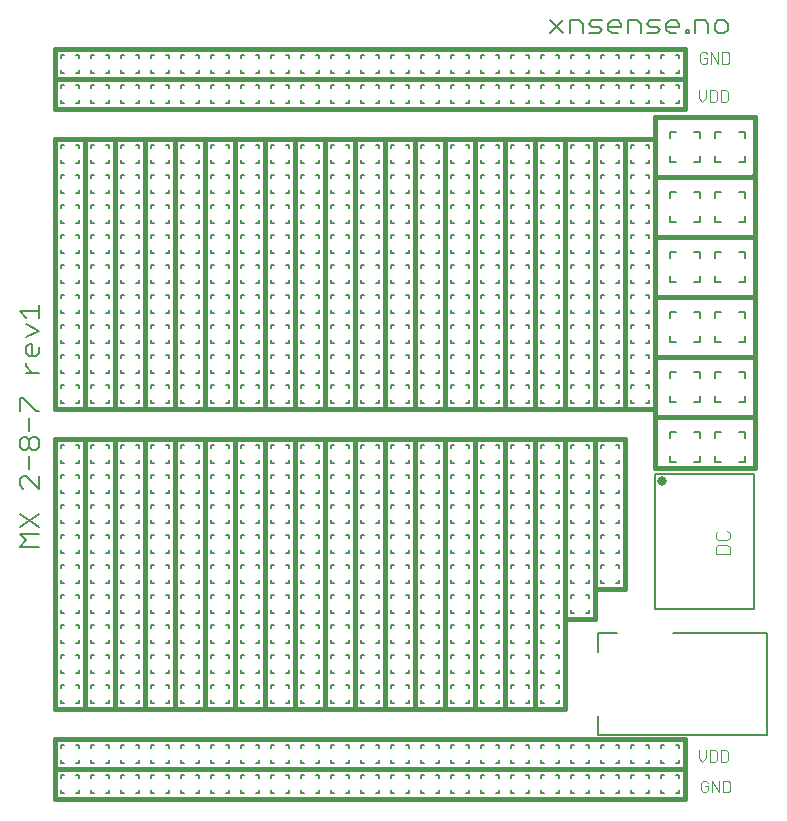
<source format=gto>
G75*
%MOIN*%
%OFA0B0*%
%FSLAX25Y25*%
%IPPOS*%
%LPD*%
%AMOC8*
5,1,8,0,0,1.08239X$1,22.5*
%
%ADD10C,0.01600*%
%ADD11C,0.00600*%
%ADD12C,0.00300*%
%ADD13C,0.00800*%
%ADD14C,0.03198*%
%ADD15C,0.00400*%
D10*
X0047595Y0036728D02*
X0047595Y0046728D01*
X0257595Y0046728D01*
X0257595Y0036728D01*
X0047595Y0036728D01*
X0047595Y0046728D02*
X0047595Y0056728D01*
X0257595Y0056728D01*
X0257595Y0046728D01*
X0217595Y0066728D02*
X0207595Y0066728D01*
X0207595Y0156728D01*
X0197595Y0156728D01*
X0197595Y0066728D01*
X0207595Y0066728D01*
X0197595Y0066728D02*
X0187595Y0066728D01*
X0187595Y0156728D01*
X0177595Y0156728D01*
X0177595Y0066728D01*
X0187595Y0066728D01*
X0177595Y0066728D02*
X0167595Y0066728D01*
X0167595Y0156728D01*
X0157595Y0156728D01*
X0157595Y0066728D01*
X0167595Y0066728D01*
X0157595Y0066728D02*
X0147595Y0066728D01*
X0147595Y0156728D01*
X0137595Y0156728D01*
X0137595Y0066728D01*
X0147595Y0066728D01*
X0137595Y0066728D02*
X0127595Y0066728D01*
X0127595Y0156728D01*
X0117595Y0156728D01*
X0117595Y0066728D01*
X0127595Y0066728D01*
X0117595Y0066728D02*
X0107595Y0066728D01*
X0107595Y0156728D01*
X0097595Y0156728D01*
X0097595Y0066728D01*
X0107595Y0066728D01*
X0097595Y0066728D02*
X0087595Y0066728D01*
X0087595Y0156728D01*
X0077595Y0156728D01*
X0077595Y0066728D01*
X0087595Y0066728D01*
X0077595Y0066728D02*
X0067595Y0066728D01*
X0067595Y0156728D01*
X0057595Y0156728D01*
X0057595Y0066728D01*
X0067595Y0066728D01*
X0057595Y0066728D02*
X0047595Y0066728D01*
X0047595Y0156728D01*
X0057595Y0156728D01*
X0067595Y0156728D02*
X0077595Y0156728D01*
X0087595Y0156728D02*
X0097595Y0156728D01*
X0107595Y0156728D02*
X0117595Y0156728D01*
X0127595Y0156728D02*
X0137595Y0156728D01*
X0147595Y0156728D02*
X0157595Y0156728D01*
X0167595Y0156728D02*
X0177595Y0156728D01*
X0187595Y0156728D02*
X0197595Y0156728D01*
X0207595Y0156728D02*
X0217595Y0156728D01*
X0217595Y0096728D01*
X0227595Y0096728D01*
X0227595Y0106728D01*
X0227595Y0156728D01*
X0217595Y0156728D01*
X0227595Y0156728D02*
X0237595Y0156728D01*
X0237595Y0106728D01*
X0227595Y0106728D01*
X0217595Y0096728D02*
X0217595Y0066728D01*
X0247595Y0147063D02*
X0247595Y0164228D01*
X0281020Y0164228D01*
X0281020Y0147063D01*
X0247595Y0147063D01*
X0247595Y0164228D02*
X0247595Y0166728D01*
X0237595Y0166728D01*
X0237595Y0256728D01*
X0247595Y0256728D01*
X0247595Y0264228D01*
X0281020Y0264228D01*
X0281020Y0224228D01*
X0247595Y0224228D01*
X0247595Y0204228D01*
X0280627Y0204228D01*
X0280627Y0204150D01*
X0281020Y0184228D02*
X0247595Y0184228D01*
X0247595Y0166728D01*
X0237595Y0166728D02*
X0227595Y0166728D01*
X0217595Y0166728D01*
X0217595Y0256728D01*
X0207595Y0256728D01*
X0207595Y0166728D01*
X0197595Y0166728D01*
X0197595Y0256728D01*
X0187595Y0256728D01*
X0187595Y0166728D01*
X0177595Y0166728D01*
X0177595Y0256728D01*
X0167595Y0256728D01*
X0167595Y0166728D01*
X0157595Y0166728D01*
X0157595Y0256728D01*
X0147595Y0256728D01*
X0147595Y0166728D01*
X0137595Y0166728D01*
X0137595Y0256728D01*
X0127595Y0256728D01*
X0127595Y0166728D01*
X0117595Y0166728D01*
X0117595Y0256728D01*
X0107595Y0256728D01*
X0107595Y0166728D01*
X0097595Y0166728D01*
X0097595Y0256728D01*
X0087595Y0256728D01*
X0087595Y0166728D01*
X0077595Y0166728D01*
X0077595Y0256728D01*
X0067595Y0256728D01*
X0067595Y0166728D01*
X0057595Y0166728D01*
X0057595Y0256728D01*
X0047595Y0256728D01*
X0047595Y0166728D01*
X0057595Y0166728D01*
X0067595Y0166728D02*
X0077595Y0166728D01*
X0087595Y0166728D02*
X0097595Y0166728D01*
X0107595Y0166728D02*
X0117595Y0166728D01*
X0127595Y0166728D02*
X0137595Y0166728D01*
X0147595Y0166728D02*
X0157595Y0166728D01*
X0167595Y0166728D02*
X0177595Y0166728D01*
X0187595Y0166728D02*
X0197595Y0166728D01*
X0207595Y0166728D02*
X0217595Y0166728D01*
X0227595Y0166728D02*
X0227595Y0256728D01*
X0237595Y0256728D01*
X0247595Y0256728D02*
X0247595Y0244228D01*
X0280627Y0244228D01*
X0280627Y0244701D01*
X0281020Y0224228D02*
X0281020Y0184228D01*
X0281020Y0164228D01*
X0247595Y0184228D02*
X0247595Y0204228D01*
X0247595Y0224228D02*
X0247595Y0244228D01*
X0257595Y0266728D02*
X0047595Y0266728D01*
X0047595Y0276728D01*
X0047595Y0286728D01*
X0257595Y0286728D01*
X0257595Y0276728D01*
X0257595Y0266728D01*
X0257595Y0276728D02*
X0047595Y0276728D01*
X0057595Y0256728D02*
X0067595Y0256728D01*
X0077595Y0256728D02*
X0087595Y0256728D01*
X0097595Y0256728D02*
X0107595Y0256728D01*
X0117595Y0256728D02*
X0127595Y0256728D01*
X0137595Y0256728D02*
X0147595Y0256728D01*
X0157595Y0256728D02*
X0167595Y0256728D01*
X0177595Y0256728D02*
X0187595Y0256728D01*
X0197595Y0256728D02*
X0207595Y0256728D01*
X0217595Y0256728D02*
X0227595Y0256728D01*
D11*
X0225595Y0254728D02*
X0224595Y0254728D01*
X0225595Y0254728D02*
X0225595Y0253728D01*
X0229595Y0253728D02*
X0229595Y0254728D01*
X0230595Y0254728D01*
X0234595Y0254728D02*
X0235595Y0254728D01*
X0235595Y0253728D01*
X0239595Y0253728D02*
X0239595Y0254728D01*
X0240595Y0254728D01*
X0244595Y0254728D02*
X0245595Y0254728D01*
X0245595Y0253728D01*
X0245595Y0249728D02*
X0245595Y0248728D01*
X0244595Y0248728D01*
X0244595Y0244728D02*
X0245595Y0244728D01*
X0245595Y0243728D01*
X0240595Y0244728D02*
X0239595Y0244728D01*
X0239595Y0243728D01*
X0235595Y0243728D02*
X0235595Y0244728D01*
X0234595Y0244728D01*
X0234595Y0248728D02*
X0235595Y0248728D01*
X0235595Y0249728D01*
X0239595Y0249728D02*
X0239595Y0248728D01*
X0240595Y0248728D01*
X0239595Y0239728D02*
X0239595Y0238728D01*
X0240595Y0238728D01*
X0240595Y0234728D02*
X0239595Y0234728D01*
X0239595Y0233728D01*
X0235595Y0233728D02*
X0235595Y0234728D01*
X0234595Y0234728D01*
X0234595Y0238728D02*
X0235595Y0238728D01*
X0235595Y0239728D01*
X0230595Y0238728D02*
X0229595Y0238728D01*
X0229595Y0239728D01*
X0225595Y0239728D02*
X0225595Y0238728D01*
X0224595Y0238728D01*
X0224595Y0234728D02*
X0225595Y0234728D01*
X0225595Y0233728D01*
X0229595Y0233728D02*
X0229595Y0234728D01*
X0230595Y0234728D01*
X0229595Y0229728D02*
X0229595Y0228728D01*
X0230595Y0228728D01*
X0230595Y0224728D02*
X0229595Y0224728D01*
X0229595Y0223728D01*
X0229595Y0219728D02*
X0229595Y0218728D01*
X0230595Y0218728D01*
X0230595Y0214728D02*
X0229595Y0214728D01*
X0229595Y0213728D01*
X0229595Y0209728D02*
X0229595Y0208728D01*
X0230595Y0208728D01*
X0230595Y0204728D02*
X0229595Y0204728D01*
X0229595Y0203728D01*
X0229595Y0199728D02*
X0229595Y0198728D01*
X0230595Y0198728D01*
X0230595Y0194728D02*
X0229595Y0194728D01*
X0229595Y0193728D01*
X0229595Y0189728D02*
X0229595Y0188728D01*
X0230595Y0188728D01*
X0230595Y0184728D02*
X0229595Y0184728D01*
X0229595Y0183728D01*
X0229595Y0179728D02*
X0229595Y0178728D01*
X0230595Y0178728D01*
X0230595Y0174728D02*
X0229595Y0174728D01*
X0229595Y0173728D01*
X0229595Y0169728D02*
X0229595Y0168728D01*
X0230595Y0168728D01*
X0225595Y0168728D02*
X0225595Y0169728D01*
X0225595Y0168728D02*
X0224595Y0168728D01*
X0220595Y0168728D02*
X0219595Y0168728D01*
X0219595Y0169728D01*
X0215595Y0169728D02*
X0215595Y0168728D01*
X0214595Y0168728D01*
X0210595Y0168728D02*
X0209595Y0168728D01*
X0209595Y0169728D01*
X0209595Y0173728D02*
X0209595Y0174728D01*
X0210595Y0174728D01*
X0214595Y0174728D02*
X0215595Y0174728D01*
X0215595Y0173728D01*
X0219595Y0173728D02*
X0219595Y0174728D01*
X0220595Y0174728D01*
X0224595Y0174728D02*
X0225595Y0174728D01*
X0225595Y0173728D01*
X0225595Y0178728D02*
X0224595Y0178728D01*
X0225595Y0178728D02*
X0225595Y0179728D01*
X0225595Y0183728D02*
X0225595Y0184728D01*
X0224595Y0184728D01*
X0220595Y0184728D02*
X0219595Y0184728D01*
X0219595Y0183728D01*
X0219595Y0179728D02*
X0219595Y0178728D01*
X0220595Y0178728D01*
X0215595Y0178728D02*
X0215595Y0179728D01*
X0215595Y0178728D02*
X0214595Y0178728D01*
X0210595Y0178728D02*
X0209595Y0178728D01*
X0209595Y0179728D01*
X0209595Y0183728D02*
X0209595Y0184728D01*
X0210595Y0184728D01*
X0214595Y0184728D02*
X0215595Y0184728D01*
X0215595Y0183728D01*
X0215595Y0188728D02*
X0214595Y0188728D01*
X0215595Y0188728D02*
X0215595Y0189728D01*
X0219595Y0189728D02*
X0219595Y0188728D01*
X0220595Y0188728D01*
X0224595Y0188728D02*
X0225595Y0188728D01*
X0225595Y0189728D01*
X0225595Y0193728D02*
X0225595Y0194728D01*
X0224595Y0194728D01*
X0220595Y0194728D02*
X0219595Y0194728D01*
X0219595Y0193728D01*
X0215595Y0193728D02*
X0215595Y0194728D01*
X0214595Y0194728D01*
X0210595Y0194728D02*
X0209595Y0194728D01*
X0209595Y0193728D01*
X0209595Y0189728D02*
X0209595Y0188728D01*
X0210595Y0188728D01*
X0205595Y0188728D02*
X0204595Y0188728D01*
X0205595Y0188728D02*
X0205595Y0189728D01*
X0205595Y0193728D02*
X0205595Y0194728D01*
X0204595Y0194728D01*
X0200595Y0194728D02*
X0199595Y0194728D01*
X0199595Y0193728D01*
X0199595Y0189728D02*
X0199595Y0188728D01*
X0200595Y0188728D01*
X0200595Y0184728D02*
X0199595Y0184728D01*
X0199595Y0183728D01*
X0199595Y0179728D02*
X0199595Y0178728D01*
X0200595Y0178728D01*
X0200595Y0174728D02*
X0199595Y0174728D01*
X0199595Y0173728D01*
X0199595Y0169728D02*
X0199595Y0168728D01*
X0200595Y0168728D01*
X0204595Y0168728D02*
X0205595Y0168728D01*
X0205595Y0169728D01*
X0205595Y0173728D02*
X0205595Y0174728D01*
X0204595Y0174728D01*
X0204595Y0178728D02*
X0205595Y0178728D01*
X0205595Y0179728D01*
X0205595Y0183728D02*
X0205595Y0184728D01*
X0204595Y0184728D01*
X0195595Y0184728D02*
X0194595Y0184728D01*
X0195595Y0184728D02*
X0195595Y0183728D01*
X0195595Y0179728D02*
X0195595Y0178728D01*
X0194595Y0178728D01*
X0194595Y0174728D02*
X0195595Y0174728D01*
X0195595Y0173728D01*
X0195595Y0169728D02*
X0195595Y0168728D01*
X0194595Y0168728D01*
X0190595Y0168728D02*
X0189595Y0168728D01*
X0189595Y0169728D01*
X0185595Y0169728D02*
X0185595Y0168728D01*
X0184595Y0168728D01*
X0180595Y0168728D02*
X0179595Y0168728D01*
X0179595Y0169728D01*
X0175595Y0169728D02*
X0175595Y0168728D01*
X0174595Y0168728D01*
X0170595Y0168728D02*
X0169595Y0168728D01*
X0169595Y0169728D01*
X0165595Y0169728D02*
X0165595Y0168728D01*
X0164595Y0168728D01*
X0160595Y0168728D02*
X0159595Y0168728D01*
X0159595Y0169728D01*
X0155595Y0169728D02*
X0155595Y0168728D01*
X0154595Y0168728D01*
X0150595Y0168728D02*
X0149595Y0168728D01*
X0149595Y0169728D01*
X0149595Y0173728D02*
X0149595Y0174728D01*
X0150595Y0174728D01*
X0154595Y0174728D02*
X0155595Y0174728D01*
X0155595Y0173728D01*
X0159595Y0173728D02*
X0159595Y0174728D01*
X0160595Y0174728D01*
X0160595Y0178728D02*
X0159595Y0178728D01*
X0159595Y0179728D01*
X0155595Y0179728D02*
X0155595Y0178728D01*
X0154595Y0178728D01*
X0150595Y0178728D02*
X0149595Y0178728D01*
X0149595Y0179728D01*
X0149595Y0183728D02*
X0149595Y0184728D01*
X0150595Y0184728D01*
X0154595Y0184728D02*
X0155595Y0184728D01*
X0155595Y0183728D01*
X0159595Y0183728D02*
X0159595Y0184728D01*
X0160595Y0184728D01*
X0160595Y0188728D02*
X0159595Y0188728D01*
X0159595Y0189728D01*
X0155595Y0189728D02*
X0155595Y0188728D01*
X0154595Y0188728D01*
X0150595Y0188728D02*
X0149595Y0188728D01*
X0149595Y0189728D01*
X0149595Y0193728D02*
X0149595Y0194728D01*
X0150595Y0194728D01*
X0154595Y0194728D02*
X0155595Y0194728D01*
X0155595Y0193728D01*
X0159595Y0193728D02*
X0159595Y0194728D01*
X0160595Y0194728D01*
X0160595Y0198728D02*
X0159595Y0198728D01*
X0159595Y0199728D01*
X0155595Y0199728D02*
X0155595Y0198728D01*
X0154595Y0198728D01*
X0150595Y0198728D02*
X0149595Y0198728D01*
X0149595Y0199728D01*
X0149595Y0203728D02*
X0149595Y0204728D01*
X0150595Y0204728D01*
X0154595Y0204728D02*
X0155595Y0204728D01*
X0155595Y0203728D01*
X0159595Y0203728D02*
X0159595Y0204728D01*
X0160595Y0204728D01*
X0160595Y0208728D02*
X0159595Y0208728D01*
X0159595Y0209728D01*
X0155595Y0209728D02*
X0155595Y0208728D01*
X0154595Y0208728D01*
X0150595Y0208728D02*
X0149595Y0208728D01*
X0149595Y0209728D01*
X0149595Y0213728D02*
X0149595Y0214728D01*
X0150595Y0214728D01*
X0154595Y0214728D02*
X0155595Y0214728D01*
X0155595Y0213728D01*
X0159595Y0213728D02*
X0159595Y0214728D01*
X0160595Y0214728D01*
X0160595Y0218728D02*
X0159595Y0218728D01*
X0159595Y0219728D01*
X0155595Y0219728D02*
X0155595Y0218728D01*
X0154595Y0218728D01*
X0150595Y0218728D02*
X0149595Y0218728D01*
X0149595Y0219728D01*
X0149595Y0223728D02*
X0149595Y0224728D01*
X0150595Y0224728D01*
X0154595Y0224728D02*
X0155595Y0224728D01*
X0155595Y0223728D01*
X0159595Y0223728D02*
X0159595Y0224728D01*
X0160595Y0224728D01*
X0160595Y0228728D02*
X0159595Y0228728D01*
X0159595Y0229728D01*
X0155595Y0229728D02*
X0155595Y0228728D01*
X0154595Y0228728D01*
X0150595Y0228728D02*
X0149595Y0228728D01*
X0149595Y0229728D01*
X0145595Y0229728D02*
X0145595Y0228728D01*
X0144595Y0228728D01*
X0144595Y0224728D02*
X0145595Y0224728D01*
X0145595Y0223728D01*
X0145595Y0219728D02*
X0145595Y0218728D01*
X0144595Y0218728D01*
X0144595Y0214728D02*
X0145595Y0214728D01*
X0145595Y0213728D01*
X0145595Y0209728D02*
X0145595Y0208728D01*
X0144595Y0208728D01*
X0144595Y0204728D02*
X0145595Y0204728D01*
X0145595Y0203728D01*
X0145595Y0199728D02*
X0145595Y0198728D01*
X0144595Y0198728D01*
X0144595Y0194728D02*
X0145595Y0194728D01*
X0145595Y0193728D01*
X0145595Y0189728D02*
X0145595Y0188728D01*
X0144595Y0188728D01*
X0144595Y0184728D02*
X0145595Y0184728D01*
X0145595Y0183728D01*
X0145595Y0179728D02*
X0145595Y0178728D01*
X0144595Y0178728D01*
X0144595Y0174728D02*
X0145595Y0174728D01*
X0145595Y0173728D01*
X0145595Y0169728D02*
X0145595Y0168728D01*
X0144595Y0168728D01*
X0140595Y0168728D02*
X0139595Y0168728D01*
X0139595Y0169728D01*
X0139595Y0173728D02*
X0139595Y0174728D01*
X0140595Y0174728D01*
X0140595Y0178728D02*
X0139595Y0178728D01*
X0139595Y0179728D01*
X0139595Y0183728D02*
X0139595Y0184728D01*
X0140595Y0184728D01*
X0140595Y0188728D02*
X0139595Y0188728D01*
X0139595Y0189728D01*
X0139595Y0193728D02*
X0139595Y0194728D01*
X0140595Y0194728D01*
X0140595Y0198728D02*
X0139595Y0198728D01*
X0139595Y0199728D01*
X0139595Y0203728D02*
X0139595Y0204728D01*
X0140595Y0204728D01*
X0140595Y0208728D02*
X0139595Y0208728D01*
X0139595Y0209728D01*
X0139595Y0213728D02*
X0139595Y0214728D01*
X0140595Y0214728D01*
X0140595Y0218728D02*
X0139595Y0218728D01*
X0139595Y0219728D01*
X0139595Y0223728D02*
X0139595Y0224728D01*
X0140595Y0224728D01*
X0140595Y0228728D02*
X0139595Y0228728D01*
X0139595Y0229728D01*
X0135595Y0229728D02*
X0135595Y0228728D01*
X0134595Y0228728D01*
X0134595Y0224728D02*
X0135595Y0224728D01*
X0135595Y0223728D01*
X0135595Y0219728D02*
X0135595Y0218728D01*
X0134595Y0218728D01*
X0134595Y0214728D02*
X0135595Y0214728D01*
X0135595Y0213728D01*
X0135595Y0209728D02*
X0135595Y0208728D01*
X0134595Y0208728D01*
X0134595Y0204728D02*
X0135595Y0204728D01*
X0135595Y0203728D01*
X0135595Y0199728D02*
X0135595Y0198728D01*
X0134595Y0198728D01*
X0134595Y0194728D02*
X0135595Y0194728D01*
X0135595Y0193728D01*
X0135595Y0189728D02*
X0135595Y0188728D01*
X0134595Y0188728D01*
X0134595Y0184728D02*
X0135595Y0184728D01*
X0135595Y0183728D01*
X0135595Y0179728D02*
X0135595Y0178728D01*
X0134595Y0178728D01*
X0134595Y0174728D02*
X0135595Y0174728D01*
X0135595Y0173728D01*
X0135595Y0169728D02*
X0135595Y0168728D01*
X0134595Y0168728D01*
X0130595Y0168728D02*
X0129595Y0168728D01*
X0129595Y0169728D01*
X0125595Y0169728D02*
X0125595Y0168728D01*
X0124595Y0168728D01*
X0120595Y0168728D02*
X0119595Y0168728D01*
X0119595Y0169728D01*
X0115595Y0169728D02*
X0115595Y0168728D01*
X0114595Y0168728D01*
X0110595Y0168728D02*
X0109595Y0168728D01*
X0109595Y0169728D01*
X0105595Y0169728D02*
X0105595Y0168728D01*
X0104595Y0168728D01*
X0100595Y0168728D02*
X0099595Y0168728D01*
X0099595Y0169728D01*
X0095595Y0169728D02*
X0095595Y0168728D01*
X0094595Y0168728D01*
X0090595Y0168728D02*
X0089595Y0168728D01*
X0089595Y0169728D01*
X0085595Y0169728D02*
X0085595Y0168728D01*
X0084595Y0168728D01*
X0080595Y0168728D02*
X0079595Y0168728D01*
X0079595Y0169728D01*
X0079595Y0173728D02*
X0079595Y0174728D01*
X0080595Y0174728D01*
X0084595Y0174728D02*
X0085595Y0174728D01*
X0085595Y0173728D01*
X0089595Y0173728D02*
X0089595Y0174728D01*
X0090595Y0174728D01*
X0094595Y0174728D02*
X0095595Y0174728D01*
X0095595Y0173728D01*
X0099595Y0173728D02*
X0099595Y0174728D01*
X0100595Y0174728D01*
X0100595Y0178728D02*
X0099595Y0178728D01*
X0099595Y0179728D01*
X0095595Y0179728D02*
X0095595Y0178728D01*
X0094595Y0178728D01*
X0090595Y0178728D02*
X0089595Y0178728D01*
X0089595Y0179728D01*
X0085595Y0179728D02*
X0085595Y0178728D01*
X0084595Y0178728D01*
X0080595Y0178728D02*
X0079595Y0178728D01*
X0079595Y0179728D01*
X0079595Y0183728D02*
X0079595Y0184728D01*
X0080595Y0184728D01*
X0084595Y0184728D02*
X0085595Y0184728D01*
X0085595Y0183728D01*
X0089595Y0183728D02*
X0089595Y0184728D01*
X0090595Y0184728D01*
X0094595Y0184728D02*
X0095595Y0184728D01*
X0095595Y0183728D01*
X0099595Y0183728D02*
X0099595Y0184728D01*
X0100595Y0184728D01*
X0100595Y0188728D02*
X0099595Y0188728D01*
X0099595Y0189728D01*
X0095595Y0189728D02*
X0095595Y0188728D01*
X0094595Y0188728D01*
X0090595Y0188728D02*
X0089595Y0188728D01*
X0089595Y0189728D01*
X0085595Y0189728D02*
X0085595Y0188728D01*
X0084595Y0188728D01*
X0080595Y0188728D02*
X0079595Y0188728D01*
X0079595Y0189728D01*
X0079595Y0193728D02*
X0079595Y0194728D01*
X0080595Y0194728D01*
X0084595Y0194728D02*
X0085595Y0194728D01*
X0085595Y0193728D01*
X0089595Y0193728D02*
X0089595Y0194728D01*
X0090595Y0194728D01*
X0094595Y0194728D02*
X0095595Y0194728D01*
X0095595Y0193728D01*
X0099595Y0193728D02*
X0099595Y0194728D01*
X0100595Y0194728D01*
X0100595Y0198728D02*
X0099595Y0198728D01*
X0099595Y0199728D01*
X0095595Y0199728D02*
X0095595Y0198728D01*
X0094595Y0198728D01*
X0090595Y0198728D02*
X0089595Y0198728D01*
X0089595Y0199728D01*
X0085595Y0199728D02*
X0085595Y0198728D01*
X0084595Y0198728D01*
X0080595Y0198728D02*
X0079595Y0198728D01*
X0079595Y0199728D01*
X0079595Y0203728D02*
X0079595Y0204728D01*
X0080595Y0204728D01*
X0084595Y0204728D02*
X0085595Y0204728D01*
X0085595Y0203728D01*
X0089595Y0203728D02*
X0089595Y0204728D01*
X0090595Y0204728D01*
X0094595Y0204728D02*
X0095595Y0204728D01*
X0095595Y0203728D01*
X0099595Y0203728D02*
X0099595Y0204728D01*
X0100595Y0204728D01*
X0100595Y0208728D02*
X0099595Y0208728D01*
X0099595Y0209728D01*
X0095595Y0209728D02*
X0095595Y0208728D01*
X0094595Y0208728D01*
X0090595Y0208728D02*
X0089595Y0208728D01*
X0089595Y0209728D01*
X0085595Y0209728D02*
X0085595Y0208728D01*
X0084595Y0208728D01*
X0080595Y0208728D02*
X0079595Y0208728D01*
X0079595Y0209728D01*
X0079595Y0213728D02*
X0079595Y0214728D01*
X0080595Y0214728D01*
X0084595Y0214728D02*
X0085595Y0214728D01*
X0085595Y0213728D01*
X0089595Y0213728D02*
X0089595Y0214728D01*
X0090595Y0214728D01*
X0094595Y0214728D02*
X0095595Y0214728D01*
X0095595Y0213728D01*
X0099595Y0213728D02*
X0099595Y0214728D01*
X0100595Y0214728D01*
X0100595Y0218728D02*
X0099595Y0218728D01*
X0099595Y0219728D01*
X0095595Y0219728D02*
X0095595Y0218728D01*
X0094595Y0218728D01*
X0090595Y0218728D02*
X0089595Y0218728D01*
X0089595Y0219728D01*
X0085595Y0219728D02*
X0085595Y0218728D01*
X0084595Y0218728D01*
X0080595Y0218728D02*
X0079595Y0218728D01*
X0079595Y0219728D01*
X0079595Y0223728D02*
X0079595Y0224728D01*
X0080595Y0224728D01*
X0084595Y0224728D02*
X0085595Y0224728D01*
X0085595Y0223728D01*
X0089595Y0223728D02*
X0089595Y0224728D01*
X0090595Y0224728D01*
X0094595Y0224728D02*
X0095595Y0224728D01*
X0095595Y0223728D01*
X0099595Y0223728D02*
X0099595Y0224728D01*
X0100595Y0224728D01*
X0100595Y0228728D02*
X0099595Y0228728D01*
X0099595Y0229728D01*
X0095595Y0229728D02*
X0095595Y0228728D01*
X0094595Y0228728D01*
X0090595Y0228728D02*
X0089595Y0228728D01*
X0089595Y0229728D01*
X0085595Y0229728D02*
X0085595Y0228728D01*
X0084595Y0228728D01*
X0080595Y0228728D02*
X0079595Y0228728D01*
X0079595Y0229728D01*
X0075595Y0229728D02*
X0075595Y0228728D01*
X0074595Y0228728D01*
X0074595Y0224728D02*
X0075595Y0224728D01*
X0075595Y0223728D01*
X0075595Y0219728D02*
X0075595Y0218728D01*
X0074595Y0218728D01*
X0074595Y0214728D02*
X0075595Y0214728D01*
X0075595Y0213728D01*
X0075595Y0209728D02*
X0075595Y0208728D01*
X0074595Y0208728D01*
X0074595Y0204728D02*
X0075595Y0204728D01*
X0075595Y0203728D01*
X0075595Y0199728D02*
X0075595Y0198728D01*
X0074595Y0198728D01*
X0074595Y0194728D02*
X0075595Y0194728D01*
X0075595Y0193728D01*
X0075595Y0189728D02*
X0075595Y0188728D01*
X0074595Y0188728D01*
X0074595Y0184728D02*
X0075595Y0184728D01*
X0075595Y0183728D01*
X0075595Y0179728D02*
X0075595Y0178728D01*
X0074595Y0178728D01*
X0074595Y0174728D02*
X0075595Y0174728D01*
X0075595Y0173728D01*
X0075595Y0169728D02*
X0075595Y0168728D01*
X0074595Y0168728D01*
X0070595Y0168728D02*
X0069595Y0168728D01*
X0069595Y0169728D01*
X0065595Y0169728D02*
X0065595Y0168728D01*
X0064595Y0168728D01*
X0060595Y0168728D02*
X0059595Y0168728D01*
X0059595Y0169728D01*
X0055595Y0169728D02*
X0055595Y0168728D01*
X0054595Y0168728D01*
X0050595Y0168728D02*
X0049595Y0168728D01*
X0049595Y0169728D01*
X0049595Y0173728D02*
X0049595Y0174728D01*
X0050595Y0174728D01*
X0050595Y0178728D02*
X0049595Y0178728D01*
X0049595Y0179728D01*
X0049595Y0183728D02*
X0049595Y0184728D01*
X0050595Y0184728D01*
X0050595Y0188728D02*
X0049595Y0188728D01*
X0049595Y0189728D01*
X0049595Y0193728D02*
X0049595Y0194728D01*
X0050595Y0194728D01*
X0050595Y0198728D02*
X0049595Y0198728D01*
X0049595Y0199728D01*
X0049595Y0203728D02*
X0049595Y0204728D01*
X0050595Y0204728D01*
X0050595Y0208728D02*
X0049595Y0208728D01*
X0049595Y0209728D01*
X0049595Y0213728D02*
X0049595Y0214728D01*
X0050595Y0214728D01*
X0050595Y0218728D02*
X0049595Y0218728D01*
X0049595Y0219728D01*
X0049595Y0223728D02*
X0049595Y0224728D01*
X0050595Y0224728D01*
X0050595Y0228728D02*
X0049595Y0228728D01*
X0049595Y0229728D01*
X0049595Y0233728D02*
X0049595Y0234728D01*
X0050595Y0234728D01*
X0050595Y0238728D02*
X0049595Y0238728D01*
X0049595Y0239728D01*
X0049595Y0243728D02*
X0049595Y0244728D01*
X0050595Y0244728D01*
X0050595Y0248728D02*
X0049595Y0248728D01*
X0049595Y0249728D01*
X0049595Y0253728D02*
X0049595Y0254728D01*
X0050595Y0254728D01*
X0054595Y0254728D02*
X0055595Y0254728D01*
X0055595Y0253728D01*
X0059595Y0253728D02*
X0059595Y0254728D01*
X0060595Y0254728D01*
X0064595Y0254728D02*
X0065595Y0254728D01*
X0065595Y0253728D01*
X0069595Y0253728D02*
X0069595Y0254728D01*
X0070595Y0254728D01*
X0074595Y0254728D02*
X0075595Y0254728D01*
X0075595Y0253728D01*
X0075595Y0249728D02*
X0075595Y0248728D01*
X0074595Y0248728D01*
X0074595Y0244728D02*
X0075595Y0244728D01*
X0075595Y0243728D01*
X0070595Y0244728D02*
X0069595Y0244728D01*
X0069595Y0243728D01*
X0065595Y0243728D02*
X0065595Y0244728D01*
X0064595Y0244728D01*
X0060595Y0244728D02*
X0059595Y0244728D01*
X0059595Y0243728D01*
X0055595Y0243728D02*
X0055595Y0244728D01*
X0054595Y0244728D01*
X0054595Y0248728D02*
X0055595Y0248728D01*
X0055595Y0249728D01*
X0059595Y0249728D02*
X0059595Y0248728D01*
X0060595Y0248728D01*
X0064595Y0248728D02*
X0065595Y0248728D01*
X0065595Y0249728D01*
X0069595Y0249728D02*
X0069595Y0248728D01*
X0070595Y0248728D01*
X0079595Y0248728D02*
X0079595Y0249728D01*
X0079595Y0248728D02*
X0080595Y0248728D01*
X0080595Y0244728D02*
X0079595Y0244728D01*
X0079595Y0243728D01*
X0084595Y0244728D02*
X0085595Y0244728D01*
X0085595Y0243728D01*
X0089595Y0243728D02*
X0089595Y0244728D01*
X0090595Y0244728D01*
X0094595Y0244728D02*
X0095595Y0244728D01*
X0095595Y0243728D01*
X0099595Y0243728D02*
X0099595Y0244728D01*
X0100595Y0244728D01*
X0100595Y0248728D02*
X0099595Y0248728D01*
X0099595Y0249728D01*
X0095595Y0249728D02*
X0095595Y0248728D01*
X0094595Y0248728D01*
X0090595Y0248728D02*
X0089595Y0248728D01*
X0089595Y0249728D01*
X0085595Y0249728D02*
X0085595Y0248728D01*
X0084595Y0248728D01*
X0085595Y0253728D02*
X0085595Y0254728D01*
X0084595Y0254728D01*
X0080595Y0254728D02*
X0079595Y0254728D01*
X0079595Y0253728D01*
X0089595Y0253728D02*
X0089595Y0254728D01*
X0090595Y0254728D01*
X0094595Y0254728D02*
X0095595Y0254728D01*
X0095595Y0253728D01*
X0099595Y0253728D02*
X0099595Y0254728D01*
X0100595Y0254728D01*
X0104595Y0254728D02*
X0105595Y0254728D01*
X0105595Y0253728D01*
X0109595Y0253728D02*
X0109595Y0254728D01*
X0110595Y0254728D01*
X0114595Y0254728D02*
X0115595Y0254728D01*
X0115595Y0253728D01*
X0119595Y0253728D02*
X0119595Y0254728D01*
X0120595Y0254728D01*
X0124595Y0254728D02*
X0125595Y0254728D01*
X0125595Y0253728D01*
X0129595Y0253728D02*
X0129595Y0254728D01*
X0130595Y0254728D01*
X0134595Y0254728D02*
X0135595Y0254728D01*
X0135595Y0253728D01*
X0135595Y0249728D02*
X0135595Y0248728D01*
X0134595Y0248728D01*
X0134595Y0244728D02*
X0135595Y0244728D01*
X0135595Y0243728D01*
X0130595Y0244728D02*
X0129595Y0244728D01*
X0129595Y0243728D01*
X0125595Y0243728D02*
X0125595Y0244728D01*
X0124595Y0244728D01*
X0120595Y0244728D02*
X0119595Y0244728D01*
X0119595Y0243728D01*
X0115595Y0243728D02*
X0115595Y0244728D01*
X0114595Y0244728D01*
X0114595Y0248728D02*
X0115595Y0248728D01*
X0115595Y0249728D01*
X0119595Y0249728D02*
X0119595Y0248728D01*
X0120595Y0248728D01*
X0124595Y0248728D02*
X0125595Y0248728D01*
X0125595Y0249728D01*
X0129595Y0249728D02*
X0129595Y0248728D01*
X0130595Y0248728D01*
X0139595Y0248728D02*
X0139595Y0249728D01*
X0139595Y0248728D02*
X0140595Y0248728D01*
X0140595Y0244728D02*
X0139595Y0244728D01*
X0139595Y0243728D01*
X0144595Y0244728D02*
X0145595Y0244728D01*
X0145595Y0243728D01*
X0145595Y0248728D02*
X0144595Y0248728D01*
X0145595Y0248728D02*
X0145595Y0249728D01*
X0149595Y0249728D02*
X0149595Y0248728D01*
X0150595Y0248728D01*
X0150595Y0244728D02*
X0149595Y0244728D01*
X0149595Y0243728D01*
X0154595Y0244728D02*
X0155595Y0244728D01*
X0155595Y0243728D01*
X0159595Y0243728D02*
X0159595Y0244728D01*
X0160595Y0244728D01*
X0160595Y0248728D02*
X0159595Y0248728D01*
X0159595Y0249728D01*
X0155595Y0249728D02*
X0155595Y0248728D01*
X0154595Y0248728D01*
X0155595Y0253728D02*
X0155595Y0254728D01*
X0154595Y0254728D01*
X0150595Y0254728D02*
X0149595Y0254728D01*
X0149595Y0253728D01*
X0145595Y0253728D02*
X0145595Y0254728D01*
X0144595Y0254728D01*
X0140595Y0254728D02*
X0139595Y0254728D01*
X0139595Y0253728D01*
X0139595Y0268728D02*
X0139595Y0269728D01*
X0139595Y0268728D02*
X0140595Y0268728D01*
X0144595Y0268728D02*
X0145595Y0268728D01*
X0145595Y0269728D01*
X0149595Y0269728D02*
X0149595Y0268728D01*
X0150595Y0268728D01*
X0154595Y0268728D02*
X0155595Y0268728D01*
X0155595Y0269728D01*
X0159595Y0269728D02*
X0159595Y0268728D01*
X0160595Y0268728D01*
X0164595Y0268728D02*
X0165595Y0268728D01*
X0165595Y0269728D01*
X0169595Y0269728D02*
X0169595Y0268728D01*
X0170595Y0268728D01*
X0174595Y0268728D02*
X0175595Y0268728D01*
X0175595Y0269728D01*
X0179595Y0269728D02*
X0179595Y0268728D01*
X0180595Y0268728D01*
X0184595Y0268728D02*
X0185595Y0268728D01*
X0185595Y0269728D01*
X0189595Y0269728D02*
X0189595Y0268728D01*
X0190595Y0268728D01*
X0194595Y0268728D02*
X0195595Y0268728D01*
X0195595Y0269728D01*
X0199595Y0269728D02*
X0199595Y0268728D01*
X0200595Y0268728D01*
X0204595Y0268728D02*
X0205595Y0268728D01*
X0205595Y0269728D01*
X0209595Y0269728D02*
X0209595Y0268728D01*
X0210595Y0268728D01*
X0214595Y0268728D02*
X0215595Y0268728D01*
X0215595Y0269728D01*
X0219595Y0269728D02*
X0219595Y0268728D01*
X0220595Y0268728D01*
X0224595Y0268728D02*
X0225595Y0268728D01*
X0225595Y0269728D01*
X0229595Y0269728D02*
X0229595Y0268728D01*
X0230595Y0268728D01*
X0234595Y0268728D02*
X0235595Y0268728D01*
X0235595Y0269728D01*
X0239595Y0269728D02*
X0239595Y0268728D01*
X0240595Y0268728D01*
X0244595Y0268728D02*
X0245595Y0268728D01*
X0245595Y0269728D01*
X0249595Y0269728D02*
X0249595Y0268728D01*
X0250595Y0268728D01*
X0254595Y0268728D02*
X0255595Y0268728D01*
X0255595Y0269728D01*
X0255595Y0273728D02*
X0255595Y0274728D01*
X0254595Y0274728D01*
X0250595Y0274728D02*
X0249595Y0274728D01*
X0249595Y0273728D01*
X0245595Y0273728D02*
X0245595Y0274728D01*
X0244595Y0274728D01*
X0240595Y0274728D02*
X0239595Y0274728D01*
X0239595Y0273728D01*
X0235595Y0273728D02*
X0235595Y0274728D01*
X0234595Y0274728D01*
X0234595Y0278728D02*
X0235595Y0278728D01*
X0235595Y0279728D01*
X0239595Y0279728D02*
X0239595Y0278728D01*
X0240595Y0278728D01*
X0244595Y0278728D02*
X0245595Y0278728D01*
X0245595Y0279728D01*
X0249595Y0279728D02*
X0249595Y0278728D01*
X0250595Y0278728D01*
X0254595Y0278728D02*
X0255595Y0278728D01*
X0255595Y0279728D01*
X0255595Y0283728D02*
X0255595Y0284728D01*
X0254595Y0284728D01*
X0250595Y0284728D02*
X0249595Y0284728D01*
X0249595Y0283728D01*
X0245595Y0283728D02*
X0245595Y0284728D01*
X0244595Y0284728D01*
X0240595Y0284728D02*
X0239595Y0284728D01*
X0239595Y0283728D01*
X0235595Y0283728D02*
X0235595Y0284728D01*
X0234595Y0284728D01*
X0230595Y0284728D02*
X0229595Y0284728D01*
X0229595Y0283728D01*
X0229595Y0279728D02*
X0229595Y0278728D01*
X0230595Y0278728D01*
X0230595Y0274728D02*
X0229595Y0274728D01*
X0229595Y0273728D01*
X0225595Y0273728D02*
X0225595Y0274728D01*
X0224595Y0274728D01*
X0220595Y0274728D02*
X0219595Y0274728D01*
X0219595Y0273728D01*
X0215595Y0273728D02*
X0215595Y0274728D01*
X0214595Y0274728D01*
X0210595Y0274728D02*
X0209595Y0274728D01*
X0209595Y0273728D01*
X0209595Y0278728D02*
X0209595Y0279728D01*
X0209595Y0278728D02*
X0210595Y0278728D01*
X0214595Y0278728D02*
X0215595Y0278728D01*
X0215595Y0279728D01*
X0219595Y0279728D02*
X0219595Y0278728D01*
X0220595Y0278728D01*
X0224595Y0278728D02*
X0225595Y0278728D01*
X0225595Y0279728D01*
X0225595Y0283728D02*
X0225595Y0284728D01*
X0224595Y0284728D01*
X0220595Y0284728D02*
X0219595Y0284728D01*
X0219595Y0283728D01*
X0215595Y0283728D02*
X0215595Y0284728D01*
X0214595Y0284728D01*
X0210595Y0284728D02*
X0209595Y0284728D01*
X0209595Y0283728D01*
X0205595Y0283728D02*
X0205595Y0284728D01*
X0204595Y0284728D01*
X0200595Y0284728D02*
X0199595Y0284728D01*
X0199595Y0283728D01*
X0199595Y0279728D02*
X0199595Y0278728D01*
X0200595Y0278728D01*
X0200595Y0274728D02*
X0199595Y0274728D01*
X0199595Y0273728D01*
X0204595Y0274728D02*
X0205595Y0274728D01*
X0205595Y0273728D01*
X0205595Y0278728D02*
X0204595Y0278728D01*
X0205595Y0278728D02*
X0205595Y0279728D01*
X0195595Y0279728D02*
X0195595Y0278728D01*
X0194595Y0278728D01*
X0194595Y0274728D02*
X0195595Y0274728D01*
X0195595Y0273728D01*
X0190595Y0274728D02*
X0189595Y0274728D01*
X0189595Y0273728D01*
X0185595Y0273728D02*
X0185595Y0274728D01*
X0184595Y0274728D01*
X0180595Y0274728D02*
X0179595Y0274728D01*
X0179595Y0273728D01*
X0175595Y0273728D02*
X0175595Y0274728D01*
X0174595Y0274728D01*
X0174595Y0278728D02*
X0175595Y0278728D01*
X0175595Y0279728D01*
X0179595Y0279728D02*
X0179595Y0278728D01*
X0180595Y0278728D01*
X0184595Y0278728D02*
X0185595Y0278728D01*
X0185595Y0279728D01*
X0189595Y0279728D02*
X0189595Y0278728D01*
X0190595Y0278728D01*
X0189595Y0283728D02*
X0189595Y0284728D01*
X0190595Y0284728D01*
X0194595Y0284728D02*
X0195595Y0284728D01*
X0195595Y0283728D01*
X0185595Y0283728D02*
X0185595Y0284728D01*
X0184595Y0284728D01*
X0180595Y0284728D02*
X0179595Y0284728D01*
X0179595Y0283728D01*
X0175595Y0283728D02*
X0175595Y0284728D01*
X0174595Y0284728D01*
X0170595Y0284728D02*
X0169595Y0284728D01*
X0169595Y0283728D01*
X0169595Y0279728D02*
X0169595Y0278728D01*
X0170595Y0278728D01*
X0170595Y0274728D02*
X0169595Y0274728D01*
X0169595Y0273728D01*
X0165595Y0273728D02*
X0165595Y0274728D01*
X0164595Y0274728D01*
X0164595Y0278728D02*
X0165595Y0278728D01*
X0165595Y0279728D01*
X0165595Y0283728D02*
X0165595Y0284728D01*
X0164595Y0284728D01*
X0160595Y0284728D02*
X0159595Y0284728D01*
X0159595Y0283728D01*
X0159595Y0279728D02*
X0159595Y0278728D01*
X0160595Y0278728D01*
X0160595Y0274728D02*
X0159595Y0274728D01*
X0159595Y0273728D01*
X0155595Y0273728D02*
X0155595Y0274728D01*
X0154595Y0274728D01*
X0150595Y0274728D02*
X0149595Y0274728D01*
X0149595Y0273728D01*
X0149595Y0278728D02*
X0149595Y0279728D01*
X0149595Y0278728D02*
X0150595Y0278728D01*
X0154595Y0278728D02*
X0155595Y0278728D01*
X0155595Y0279728D01*
X0155595Y0283728D02*
X0155595Y0284728D01*
X0154595Y0284728D01*
X0150595Y0284728D02*
X0149595Y0284728D01*
X0149595Y0283728D01*
X0145595Y0283728D02*
X0145595Y0284728D01*
X0144595Y0284728D01*
X0140595Y0284728D02*
X0139595Y0284728D01*
X0139595Y0283728D01*
X0139595Y0279728D02*
X0139595Y0278728D01*
X0140595Y0278728D01*
X0140595Y0274728D02*
X0139595Y0274728D01*
X0139595Y0273728D01*
X0144595Y0274728D02*
X0145595Y0274728D01*
X0145595Y0273728D01*
X0145595Y0278728D02*
X0144595Y0278728D01*
X0145595Y0278728D02*
X0145595Y0279728D01*
X0135595Y0279728D02*
X0135595Y0278728D01*
X0134595Y0278728D01*
X0134595Y0274728D02*
X0135595Y0274728D01*
X0135595Y0273728D01*
X0130595Y0274728D02*
X0129595Y0274728D01*
X0129595Y0273728D01*
X0125595Y0273728D02*
X0125595Y0274728D01*
X0124595Y0274728D01*
X0120595Y0274728D02*
X0119595Y0274728D01*
X0119595Y0273728D01*
X0115595Y0273728D02*
X0115595Y0274728D01*
X0114595Y0274728D01*
X0114595Y0278728D02*
X0115595Y0278728D01*
X0115595Y0279728D01*
X0119595Y0279728D02*
X0119595Y0278728D01*
X0120595Y0278728D01*
X0124595Y0278728D02*
X0125595Y0278728D01*
X0125595Y0279728D01*
X0129595Y0279728D02*
X0129595Y0278728D01*
X0130595Y0278728D01*
X0129595Y0283728D02*
X0129595Y0284728D01*
X0130595Y0284728D01*
X0134595Y0284728D02*
X0135595Y0284728D01*
X0135595Y0283728D01*
X0125595Y0283728D02*
X0125595Y0284728D01*
X0124595Y0284728D01*
X0120595Y0284728D02*
X0119595Y0284728D01*
X0119595Y0283728D01*
X0115595Y0283728D02*
X0115595Y0284728D01*
X0114595Y0284728D01*
X0110595Y0284728D02*
X0109595Y0284728D01*
X0109595Y0283728D01*
X0109595Y0279728D02*
X0109595Y0278728D01*
X0110595Y0278728D01*
X0110595Y0274728D02*
X0109595Y0274728D01*
X0109595Y0273728D01*
X0105595Y0273728D02*
X0105595Y0274728D01*
X0104595Y0274728D01*
X0104595Y0278728D02*
X0105595Y0278728D01*
X0105595Y0279728D01*
X0105595Y0283728D02*
X0105595Y0284728D01*
X0104595Y0284728D01*
X0100595Y0284728D02*
X0099595Y0284728D01*
X0099595Y0283728D01*
X0099595Y0279728D02*
X0099595Y0278728D01*
X0100595Y0278728D01*
X0100595Y0274728D02*
X0099595Y0274728D01*
X0099595Y0273728D01*
X0095595Y0273728D02*
X0095595Y0274728D01*
X0094595Y0274728D01*
X0090595Y0274728D02*
X0089595Y0274728D01*
X0089595Y0273728D01*
X0085595Y0273728D02*
X0085595Y0274728D01*
X0084595Y0274728D01*
X0080595Y0274728D02*
X0079595Y0274728D01*
X0079595Y0273728D01*
X0079595Y0278728D02*
X0079595Y0279728D01*
X0079595Y0278728D02*
X0080595Y0278728D01*
X0084595Y0278728D02*
X0085595Y0278728D01*
X0085595Y0279728D01*
X0089595Y0279728D02*
X0089595Y0278728D01*
X0090595Y0278728D01*
X0094595Y0278728D02*
X0095595Y0278728D01*
X0095595Y0279728D01*
X0095595Y0283728D02*
X0095595Y0284728D01*
X0094595Y0284728D01*
X0090595Y0284728D02*
X0089595Y0284728D01*
X0089595Y0283728D01*
X0085595Y0283728D02*
X0085595Y0284728D01*
X0084595Y0284728D01*
X0080595Y0284728D02*
X0079595Y0284728D01*
X0079595Y0283728D01*
X0075595Y0283728D02*
X0075595Y0284728D01*
X0074595Y0284728D01*
X0070595Y0284728D02*
X0069595Y0284728D01*
X0069595Y0283728D01*
X0069595Y0279728D02*
X0069595Y0278728D01*
X0070595Y0278728D01*
X0070595Y0274728D02*
X0069595Y0274728D01*
X0069595Y0273728D01*
X0065595Y0273728D02*
X0065595Y0274728D01*
X0064595Y0274728D01*
X0060595Y0274728D02*
X0059595Y0274728D01*
X0059595Y0273728D01*
X0055595Y0273728D02*
X0055595Y0274728D01*
X0054595Y0274728D01*
X0054595Y0278728D02*
X0055595Y0278728D01*
X0055595Y0279728D01*
X0059595Y0279728D02*
X0059595Y0278728D01*
X0060595Y0278728D01*
X0064595Y0278728D02*
X0065595Y0278728D01*
X0065595Y0279728D01*
X0065595Y0283728D02*
X0065595Y0284728D01*
X0064595Y0284728D01*
X0060595Y0284728D02*
X0059595Y0284728D01*
X0059595Y0283728D01*
X0055595Y0283728D02*
X0055595Y0284728D01*
X0054595Y0284728D01*
X0050595Y0284728D02*
X0049595Y0284728D01*
X0049595Y0283728D01*
X0049595Y0279728D02*
X0049595Y0278728D01*
X0050595Y0278728D01*
X0050595Y0274728D02*
X0049595Y0274728D01*
X0049595Y0273728D01*
X0049595Y0269728D02*
X0049595Y0268728D01*
X0050595Y0268728D01*
X0054595Y0268728D02*
X0055595Y0268728D01*
X0055595Y0269728D01*
X0059595Y0269728D02*
X0059595Y0268728D01*
X0060595Y0268728D01*
X0064595Y0268728D02*
X0065595Y0268728D01*
X0065595Y0269728D01*
X0069595Y0269728D02*
X0069595Y0268728D01*
X0070595Y0268728D01*
X0074595Y0268728D02*
X0075595Y0268728D01*
X0075595Y0269728D01*
X0079595Y0269728D02*
X0079595Y0268728D01*
X0080595Y0268728D01*
X0084595Y0268728D02*
X0085595Y0268728D01*
X0085595Y0269728D01*
X0089595Y0269728D02*
X0089595Y0268728D01*
X0090595Y0268728D01*
X0094595Y0268728D02*
X0095595Y0268728D01*
X0095595Y0269728D01*
X0099595Y0269728D02*
X0099595Y0268728D01*
X0100595Y0268728D01*
X0104595Y0268728D02*
X0105595Y0268728D01*
X0105595Y0269728D01*
X0109595Y0269728D02*
X0109595Y0268728D01*
X0110595Y0268728D01*
X0114595Y0268728D02*
X0115595Y0268728D01*
X0115595Y0269728D01*
X0119595Y0269728D02*
X0119595Y0268728D01*
X0120595Y0268728D01*
X0124595Y0268728D02*
X0125595Y0268728D01*
X0125595Y0269728D01*
X0129595Y0269728D02*
X0129595Y0268728D01*
X0130595Y0268728D01*
X0134595Y0268728D02*
X0135595Y0268728D01*
X0135595Y0269728D01*
X0159595Y0254728D02*
X0159595Y0253728D01*
X0159595Y0254728D02*
X0160595Y0254728D01*
X0164595Y0254728D02*
X0165595Y0254728D01*
X0165595Y0253728D01*
X0169595Y0253728D02*
X0169595Y0254728D01*
X0170595Y0254728D01*
X0174595Y0254728D02*
X0175595Y0254728D01*
X0175595Y0253728D01*
X0179595Y0253728D02*
X0179595Y0254728D01*
X0180595Y0254728D01*
X0184595Y0254728D02*
X0185595Y0254728D01*
X0185595Y0253728D01*
X0189595Y0253728D02*
X0189595Y0254728D01*
X0190595Y0254728D01*
X0194595Y0254728D02*
X0195595Y0254728D01*
X0195595Y0253728D01*
X0195595Y0249728D02*
X0195595Y0248728D01*
X0194595Y0248728D01*
X0194595Y0244728D02*
X0195595Y0244728D01*
X0195595Y0243728D01*
X0190595Y0244728D02*
X0189595Y0244728D01*
X0189595Y0243728D01*
X0185595Y0243728D02*
X0185595Y0244728D01*
X0184595Y0244728D01*
X0180595Y0244728D02*
X0179595Y0244728D01*
X0179595Y0243728D01*
X0175595Y0243728D02*
X0175595Y0244728D01*
X0174595Y0244728D01*
X0174595Y0248728D02*
X0175595Y0248728D01*
X0175595Y0249728D01*
X0179595Y0249728D02*
X0179595Y0248728D01*
X0180595Y0248728D01*
X0184595Y0248728D02*
X0185595Y0248728D01*
X0185595Y0249728D01*
X0189595Y0249728D02*
X0189595Y0248728D01*
X0190595Y0248728D01*
X0199595Y0248728D02*
X0199595Y0249728D01*
X0199595Y0248728D02*
X0200595Y0248728D01*
X0200595Y0244728D02*
X0199595Y0244728D01*
X0199595Y0243728D01*
X0204595Y0244728D02*
X0205595Y0244728D01*
X0205595Y0243728D01*
X0205595Y0248728D02*
X0204595Y0248728D01*
X0205595Y0248728D02*
X0205595Y0249728D01*
X0209595Y0249728D02*
X0209595Y0248728D01*
X0210595Y0248728D01*
X0210595Y0244728D02*
X0209595Y0244728D01*
X0209595Y0243728D01*
X0214595Y0244728D02*
X0215595Y0244728D01*
X0215595Y0243728D01*
X0219595Y0243728D02*
X0219595Y0244728D01*
X0220595Y0244728D01*
X0224595Y0244728D02*
X0225595Y0244728D01*
X0225595Y0243728D01*
X0229595Y0243728D02*
X0229595Y0244728D01*
X0230595Y0244728D01*
X0230595Y0248728D02*
X0229595Y0248728D01*
X0229595Y0249728D01*
X0225595Y0249728D02*
X0225595Y0248728D01*
X0224595Y0248728D01*
X0220595Y0248728D02*
X0219595Y0248728D01*
X0219595Y0249728D01*
X0215595Y0249728D02*
X0215595Y0248728D01*
X0214595Y0248728D01*
X0215595Y0253728D02*
X0215595Y0254728D01*
X0214595Y0254728D01*
X0210595Y0254728D02*
X0209595Y0254728D01*
X0209595Y0253728D01*
X0205595Y0253728D02*
X0205595Y0254728D01*
X0204595Y0254728D01*
X0200595Y0254728D02*
X0199595Y0254728D01*
X0199595Y0253728D01*
X0199595Y0239728D02*
X0199595Y0238728D01*
X0200595Y0238728D01*
X0200595Y0234728D02*
X0199595Y0234728D01*
X0199595Y0233728D01*
X0204595Y0234728D02*
X0205595Y0234728D01*
X0205595Y0233728D01*
X0205595Y0238728D02*
X0204595Y0238728D01*
X0205595Y0238728D02*
X0205595Y0239728D01*
X0209595Y0239728D02*
X0209595Y0238728D01*
X0210595Y0238728D01*
X0210595Y0234728D02*
X0209595Y0234728D01*
X0209595Y0233728D01*
X0214595Y0234728D02*
X0215595Y0234728D01*
X0215595Y0233728D01*
X0219595Y0233728D02*
X0219595Y0234728D01*
X0220595Y0234728D01*
X0220595Y0238728D02*
X0219595Y0238728D01*
X0219595Y0239728D01*
X0215595Y0239728D02*
X0215595Y0238728D01*
X0214595Y0238728D01*
X0215595Y0229728D02*
X0215595Y0228728D01*
X0214595Y0228728D01*
X0214595Y0224728D02*
X0215595Y0224728D01*
X0215595Y0223728D01*
X0215595Y0219728D02*
X0215595Y0218728D01*
X0214595Y0218728D01*
X0214595Y0214728D02*
X0215595Y0214728D01*
X0215595Y0213728D01*
X0215595Y0209728D02*
X0215595Y0208728D01*
X0214595Y0208728D01*
X0214595Y0204728D02*
X0215595Y0204728D01*
X0215595Y0203728D01*
X0215595Y0199728D02*
X0215595Y0198728D01*
X0214595Y0198728D01*
X0210595Y0198728D02*
X0209595Y0198728D01*
X0209595Y0199728D01*
X0209595Y0203728D02*
X0209595Y0204728D01*
X0210595Y0204728D01*
X0210595Y0208728D02*
X0209595Y0208728D01*
X0209595Y0209728D01*
X0209595Y0213728D02*
X0209595Y0214728D01*
X0210595Y0214728D01*
X0210595Y0218728D02*
X0209595Y0218728D01*
X0209595Y0219728D01*
X0209595Y0223728D02*
X0209595Y0224728D01*
X0210595Y0224728D01*
X0210595Y0228728D02*
X0209595Y0228728D01*
X0209595Y0229728D01*
X0205595Y0229728D02*
X0205595Y0228728D01*
X0204595Y0228728D01*
X0204595Y0224728D02*
X0205595Y0224728D01*
X0205595Y0223728D01*
X0205595Y0219728D02*
X0205595Y0218728D01*
X0204595Y0218728D01*
X0204595Y0214728D02*
X0205595Y0214728D01*
X0205595Y0213728D01*
X0205595Y0209728D02*
X0205595Y0208728D01*
X0204595Y0208728D01*
X0204595Y0204728D02*
X0205595Y0204728D01*
X0205595Y0203728D01*
X0205595Y0199728D02*
X0205595Y0198728D01*
X0204595Y0198728D01*
X0200595Y0198728D02*
X0199595Y0198728D01*
X0199595Y0199728D01*
X0199595Y0203728D02*
X0199595Y0204728D01*
X0200595Y0204728D01*
X0200595Y0208728D02*
X0199595Y0208728D01*
X0199595Y0209728D01*
X0199595Y0213728D02*
X0199595Y0214728D01*
X0200595Y0214728D01*
X0200595Y0218728D02*
X0199595Y0218728D01*
X0199595Y0219728D01*
X0199595Y0223728D02*
X0199595Y0224728D01*
X0200595Y0224728D01*
X0200595Y0228728D02*
X0199595Y0228728D01*
X0199595Y0229728D01*
X0195595Y0229728D02*
X0195595Y0228728D01*
X0194595Y0228728D01*
X0194595Y0224728D02*
X0195595Y0224728D01*
X0195595Y0223728D01*
X0195595Y0219728D02*
X0195595Y0218728D01*
X0194595Y0218728D01*
X0194595Y0214728D02*
X0195595Y0214728D01*
X0195595Y0213728D01*
X0195595Y0209728D02*
X0195595Y0208728D01*
X0194595Y0208728D01*
X0194595Y0204728D02*
X0195595Y0204728D01*
X0195595Y0203728D01*
X0195595Y0199728D02*
X0195595Y0198728D01*
X0194595Y0198728D01*
X0194595Y0194728D02*
X0195595Y0194728D01*
X0195595Y0193728D01*
X0195595Y0189728D02*
X0195595Y0188728D01*
X0194595Y0188728D01*
X0190595Y0188728D02*
X0189595Y0188728D01*
X0189595Y0189728D01*
X0185595Y0189728D02*
X0185595Y0188728D01*
X0184595Y0188728D01*
X0184595Y0184728D02*
X0185595Y0184728D01*
X0185595Y0183728D01*
X0185595Y0179728D02*
X0185595Y0178728D01*
X0184595Y0178728D01*
X0184595Y0174728D02*
X0185595Y0174728D01*
X0185595Y0173728D01*
X0189595Y0173728D02*
X0189595Y0174728D01*
X0190595Y0174728D01*
X0190595Y0178728D02*
X0189595Y0178728D01*
X0189595Y0179728D01*
X0189595Y0183728D02*
X0189595Y0184728D01*
X0190595Y0184728D01*
X0189595Y0193728D02*
X0189595Y0194728D01*
X0190595Y0194728D01*
X0190595Y0198728D02*
X0189595Y0198728D01*
X0189595Y0199728D01*
X0185595Y0199728D02*
X0185595Y0198728D01*
X0184595Y0198728D01*
X0184595Y0194728D02*
X0185595Y0194728D01*
X0185595Y0193728D01*
X0180595Y0194728D02*
X0179595Y0194728D01*
X0179595Y0193728D01*
X0179595Y0189728D02*
X0179595Y0188728D01*
X0180595Y0188728D01*
X0180595Y0184728D02*
X0179595Y0184728D01*
X0179595Y0183728D01*
X0179595Y0179728D02*
X0179595Y0178728D01*
X0180595Y0178728D01*
X0180595Y0174728D02*
X0179595Y0174728D01*
X0179595Y0173728D01*
X0175595Y0173728D02*
X0175595Y0174728D01*
X0174595Y0174728D01*
X0174595Y0178728D02*
X0175595Y0178728D01*
X0175595Y0179728D01*
X0175595Y0183728D02*
X0175595Y0184728D01*
X0174595Y0184728D01*
X0174595Y0188728D02*
X0175595Y0188728D01*
X0175595Y0189728D01*
X0175595Y0193728D02*
X0175595Y0194728D01*
X0174595Y0194728D01*
X0174595Y0198728D02*
X0175595Y0198728D01*
X0175595Y0199728D01*
X0179595Y0199728D02*
X0179595Y0198728D01*
X0180595Y0198728D01*
X0179595Y0203728D02*
X0179595Y0204728D01*
X0180595Y0204728D01*
X0184595Y0204728D02*
X0185595Y0204728D01*
X0185595Y0203728D01*
X0189595Y0203728D02*
X0189595Y0204728D01*
X0190595Y0204728D01*
X0190595Y0208728D02*
X0189595Y0208728D01*
X0189595Y0209728D01*
X0185595Y0209728D02*
X0185595Y0208728D01*
X0184595Y0208728D01*
X0180595Y0208728D02*
X0179595Y0208728D01*
X0179595Y0209728D01*
X0175595Y0209728D02*
X0175595Y0208728D01*
X0174595Y0208728D01*
X0174595Y0204728D02*
X0175595Y0204728D01*
X0175595Y0203728D01*
X0170595Y0204728D02*
X0169595Y0204728D01*
X0169595Y0203728D01*
X0169595Y0199728D02*
X0169595Y0198728D01*
X0170595Y0198728D01*
X0170595Y0194728D02*
X0169595Y0194728D01*
X0169595Y0193728D01*
X0169595Y0189728D02*
X0169595Y0188728D01*
X0170595Y0188728D01*
X0170595Y0184728D02*
X0169595Y0184728D01*
X0169595Y0183728D01*
X0169595Y0179728D02*
X0169595Y0178728D01*
X0170595Y0178728D01*
X0170595Y0174728D02*
X0169595Y0174728D01*
X0169595Y0173728D01*
X0165595Y0173728D02*
X0165595Y0174728D01*
X0164595Y0174728D01*
X0164595Y0178728D02*
X0165595Y0178728D01*
X0165595Y0179728D01*
X0165595Y0183728D02*
X0165595Y0184728D01*
X0164595Y0184728D01*
X0164595Y0188728D02*
X0165595Y0188728D01*
X0165595Y0189728D01*
X0165595Y0193728D02*
X0165595Y0194728D01*
X0164595Y0194728D01*
X0164595Y0198728D02*
X0165595Y0198728D01*
X0165595Y0199728D01*
X0165595Y0203728D02*
X0165595Y0204728D01*
X0164595Y0204728D01*
X0164595Y0208728D02*
X0165595Y0208728D01*
X0165595Y0209728D01*
X0169595Y0209728D02*
X0169595Y0208728D01*
X0170595Y0208728D01*
X0169595Y0213728D02*
X0169595Y0214728D01*
X0170595Y0214728D01*
X0170595Y0218728D02*
X0169595Y0218728D01*
X0169595Y0219728D01*
X0165595Y0219728D02*
X0165595Y0218728D01*
X0164595Y0218728D01*
X0164595Y0214728D02*
X0165595Y0214728D01*
X0165595Y0213728D01*
X0174595Y0214728D02*
X0175595Y0214728D01*
X0175595Y0213728D01*
X0179595Y0213728D02*
X0179595Y0214728D01*
X0180595Y0214728D01*
X0184595Y0214728D02*
X0185595Y0214728D01*
X0185595Y0213728D01*
X0189595Y0213728D02*
X0189595Y0214728D01*
X0190595Y0214728D01*
X0190595Y0218728D02*
X0189595Y0218728D01*
X0189595Y0219728D01*
X0185595Y0219728D02*
X0185595Y0218728D01*
X0184595Y0218728D01*
X0180595Y0218728D02*
X0179595Y0218728D01*
X0179595Y0219728D01*
X0175595Y0219728D02*
X0175595Y0218728D01*
X0174595Y0218728D01*
X0175595Y0223728D02*
X0175595Y0224728D01*
X0174595Y0224728D01*
X0174595Y0228728D02*
X0175595Y0228728D01*
X0175595Y0229728D01*
X0179595Y0229728D02*
X0179595Y0228728D01*
X0180595Y0228728D01*
X0180595Y0224728D02*
X0179595Y0224728D01*
X0179595Y0223728D01*
X0184595Y0224728D02*
X0185595Y0224728D01*
X0185595Y0223728D01*
X0189595Y0223728D02*
X0189595Y0224728D01*
X0190595Y0224728D01*
X0190595Y0228728D02*
X0189595Y0228728D01*
X0189595Y0229728D01*
X0185595Y0229728D02*
X0185595Y0228728D01*
X0184595Y0228728D01*
X0185595Y0233728D02*
X0185595Y0234728D01*
X0184595Y0234728D01*
X0180595Y0234728D02*
X0179595Y0234728D01*
X0179595Y0233728D01*
X0175595Y0233728D02*
X0175595Y0234728D01*
X0174595Y0234728D01*
X0174595Y0238728D02*
X0175595Y0238728D01*
X0175595Y0239728D01*
X0179595Y0239728D02*
X0179595Y0238728D01*
X0180595Y0238728D01*
X0184595Y0238728D02*
X0185595Y0238728D01*
X0185595Y0239728D01*
X0189595Y0239728D02*
X0189595Y0238728D01*
X0190595Y0238728D01*
X0190595Y0234728D02*
X0189595Y0234728D01*
X0189595Y0233728D01*
X0194595Y0234728D02*
X0195595Y0234728D01*
X0195595Y0233728D01*
X0195595Y0238728D02*
X0194595Y0238728D01*
X0195595Y0238728D02*
X0195595Y0239728D01*
X0170595Y0238728D02*
X0169595Y0238728D01*
X0169595Y0239728D01*
X0165595Y0239728D02*
X0165595Y0238728D01*
X0164595Y0238728D01*
X0164595Y0234728D02*
X0165595Y0234728D01*
X0165595Y0233728D01*
X0169595Y0233728D02*
X0169595Y0234728D01*
X0170595Y0234728D01*
X0169595Y0229728D02*
X0169595Y0228728D01*
X0170595Y0228728D01*
X0170595Y0224728D02*
X0169595Y0224728D01*
X0169595Y0223728D01*
X0165595Y0223728D02*
X0165595Y0224728D01*
X0164595Y0224728D01*
X0164595Y0228728D02*
X0165595Y0228728D01*
X0165595Y0229728D01*
X0160595Y0234728D02*
X0159595Y0234728D01*
X0159595Y0233728D01*
X0155595Y0233728D02*
X0155595Y0234728D01*
X0154595Y0234728D01*
X0150595Y0234728D02*
X0149595Y0234728D01*
X0149595Y0233728D01*
X0149595Y0238728D02*
X0149595Y0239728D01*
X0149595Y0238728D02*
X0150595Y0238728D01*
X0154595Y0238728D02*
X0155595Y0238728D01*
X0155595Y0239728D01*
X0159595Y0239728D02*
X0159595Y0238728D01*
X0160595Y0238728D01*
X0165595Y0243728D02*
X0165595Y0244728D01*
X0164595Y0244728D01*
X0164595Y0248728D02*
X0165595Y0248728D01*
X0165595Y0249728D01*
X0169595Y0249728D02*
X0169595Y0248728D01*
X0170595Y0248728D01*
X0170595Y0244728D02*
X0169595Y0244728D01*
X0169595Y0243728D01*
X0145595Y0239728D02*
X0145595Y0238728D01*
X0144595Y0238728D01*
X0144595Y0234728D02*
X0145595Y0234728D01*
X0145595Y0233728D01*
X0140595Y0234728D02*
X0139595Y0234728D01*
X0139595Y0233728D01*
X0139595Y0238728D02*
X0139595Y0239728D01*
X0139595Y0238728D02*
X0140595Y0238728D01*
X0135595Y0238728D02*
X0134595Y0238728D01*
X0135595Y0238728D02*
X0135595Y0239728D01*
X0135595Y0234728D02*
X0134595Y0234728D01*
X0135595Y0234728D02*
X0135595Y0233728D01*
X0130595Y0234728D02*
X0129595Y0234728D01*
X0129595Y0233728D01*
X0125595Y0233728D02*
X0125595Y0234728D01*
X0124595Y0234728D01*
X0120595Y0234728D02*
X0119595Y0234728D01*
X0119595Y0233728D01*
X0115595Y0233728D02*
X0115595Y0234728D01*
X0114595Y0234728D01*
X0114595Y0238728D02*
X0115595Y0238728D01*
X0115595Y0239728D01*
X0119595Y0239728D02*
X0119595Y0238728D01*
X0120595Y0238728D01*
X0124595Y0238728D02*
X0125595Y0238728D01*
X0125595Y0239728D01*
X0129595Y0239728D02*
X0129595Y0238728D01*
X0130595Y0238728D01*
X0129595Y0229728D02*
X0129595Y0228728D01*
X0130595Y0228728D01*
X0130595Y0224728D02*
X0129595Y0224728D01*
X0129595Y0223728D01*
X0129595Y0219728D02*
X0129595Y0218728D01*
X0130595Y0218728D01*
X0130595Y0214728D02*
X0129595Y0214728D01*
X0129595Y0213728D01*
X0129595Y0209728D02*
X0129595Y0208728D01*
X0130595Y0208728D01*
X0130595Y0204728D02*
X0129595Y0204728D01*
X0129595Y0203728D01*
X0129595Y0199728D02*
X0129595Y0198728D01*
X0130595Y0198728D01*
X0130595Y0194728D02*
X0129595Y0194728D01*
X0129595Y0193728D01*
X0129595Y0189728D02*
X0129595Y0188728D01*
X0130595Y0188728D01*
X0130595Y0184728D02*
X0129595Y0184728D01*
X0129595Y0183728D01*
X0129595Y0179728D02*
X0129595Y0178728D01*
X0130595Y0178728D01*
X0130595Y0174728D02*
X0129595Y0174728D01*
X0129595Y0173728D01*
X0125595Y0173728D02*
X0125595Y0174728D01*
X0124595Y0174728D01*
X0120595Y0174728D02*
X0119595Y0174728D01*
X0119595Y0173728D01*
X0115595Y0173728D02*
X0115595Y0174728D01*
X0114595Y0174728D01*
X0114595Y0178728D02*
X0115595Y0178728D01*
X0115595Y0179728D01*
X0119595Y0179728D02*
X0119595Y0178728D01*
X0120595Y0178728D01*
X0124595Y0178728D02*
X0125595Y0178728D01*
X0125595Y0179728D01*
X0125595Y0183728D02*
X0125595Y0184728D01*
X0124595Y0184728D01*
X0120595Y0184728D02*
X0119595Y0184728D01*
X0119595Y0183728D01*
X0115595Y0183728D02*
X0115595Y0184728D01*
X0114595Y0184728D01*
X0114595Y0188728D02*
X0115595Y0188728D01*
X0115595Y0189728D01*
X0119595Y0189728D02*
X0119595Y0188728D01*
X0120595Y0188728D01*
X0124595Y0188728D02*
X0125595Y0188728D01*
X0125595Y0189728D01*
X0125595Y0193728D02*
X0125595Y0194728D01*
X0124595Y0194728D01*
X0120595Y0194728D02*
X0119595Y0194728D01*
X0119595Y0193728D01*
X0115595Y0193728D02*
X0115595Y0194728D01*
X0114595Y0194728D01*
X0114595Y0198728D02*
X0115595Y0198728D01*
X0115595Y0199728D01*
X0119595Y0199728D02*
X0119595Y0198728D01*
X0120595Y0198728D01*
X0124595Y0198728D02*
X0125595Y0198728D01*
X0125595Y0199728D01*
X0125595Y0203728D02*
X0125595Y0204728D01*
X0124595Y0204728D01*
X0120595Y0204728D02*
X0119595Y0204728D01*
X0119595Y0203728D01*
X0115595Y0203728D02*
X0115595Y0204728D01*
X0114595Y0204728D01*
X0114595Y0208728D02*
X0115595Y0208728D01*
X0115595Y0209728D01*
X0119595Y0209728D02*
X0119595Y0208728D01*
X0120595Y0208728D01*
X0124595Y0208728D02*
X0125595Y0208728D01*
X0125595Y0209728D01*
X0125595Y0213728D02*
X0125595Y0214728D01*
X0124595Y0214728D01*
X0120595Y0214728D02*
X0119595Y0214728D01*
X0119595Y0213728D01*
X0115595Y0213728D02*
X0115595Y0214728D01*
X0114595Y0214728D01*
X0114595Y0218728D02*
X0115595Y0218728D01*
X0115595Y0219728D01*
X0119595Y0219728D02*
X0119595Y0218728D01*
X0120595Y0218728D01*
X0124595Y0218728D02*
X0125595Y0218728D01*
X0125595Y0219728D01*
X0125595Y0223728D02*
X0125595Y0224728D01*
X0124595Y0224728D01*
X0120595Y0224728D02*
X0119595Y0224728D01*
X0119595Y0223728D01*
X0115595Y0223728D02*
X0115595Y0224728D01*
X0114595Y0224728D01*
X0114595Y0228728D02*
X0115595Y0228728D01*
X0115595Y0229728D01*
X0119595Y0229728D02*
X0119595Y0228728D01*
X0120595Y0228728D01*
X0124595Y0228728D02*
X0125595Y0228728D01*
X0125595Y0229728D01*
X0110595Y0228728D02*
X0109595Y0228728D01*
X0109595Y0229728D01*
X0105595Y0229728D02*
X0105595Y0228728D01*
X0104595Y0228728D01*
X0104595Y0224728D02*
X0105595Y0224728D01*
X0105595Y0223728D01*
X0105595Y0219728D02*
X0105595Y0218728D01*
X0104595Y0218728D01*
X0104595Y0214728D02*
X0105595Y0214728D01*
X0105595Y0213728D01*
X0105595Y0209728D02*
X0105595Y0208728D01*
X0104595Y0208728D01*
X0104595Y0204728D02*
X0105595Y0204728D01*
X0105595Y0203728D01*
X0105595Y0199728D02*
X0105595Y0198728D01*
X0104595Y0198728D01*
X0104595Y0194728D02*
X0105595Y0194728D01*
X0105595Y0193728D01*
X0105595Y0189728D02*
X0105595Y0188728D01*
X0104595Y0188728D01*
X0104595Y0184728D02*
X0105595Y0184728D01*
X0105595Y0183728D01*
X0105595Y0179728D02*
X0105595Y0178728D01*
X0104595Y0178728D01*
X0104595Y0174728D02*
X0105595Y0174728D01*
X0105595Y0173728D01*
X0109595Y0173728D02*
X0109595Y0174728D01*
X0110595Y0174728D01*
X0110595Y0178728D02*
X0109595Y0178728D01*
X0109595Y0179728D01*
X0109595Y0183728D02*
X0109595Y0184728D01*
X0110595Y0184728D01*
X0110595Y0188728D02*
X0109595Y0188728D01*
X0109595Y0189728D01*
X0109595Y0193728D02*
X0109595Y0194728D01*
X0110595Y0194728D01*
X0110595Y0198728D02*
X0109595Y0198728D01*
X0109595Y0199728D01*
X0109595Y0203728D02*
X0109595Y0204728D01*
X0110595Y0204728D01*
X0110595Y0208728D02*
X0109595Y0208728D01*
X0109595Y0209728D01*
X0109595Y0213728D02*
X0109595Y0214728D01*
X0110595Y0214728D01*
X0110595Y0218728D02*
X0109595Y0218728D01*
X0109595Y0219728D01*
X0109595Y0223728D02*
X0109595Y0224728D01*
X0110595Y0224728D01*
X0109595Y0233728D02*
X0109595Y0234728D01*
X0110595Y0234728D01*
X0110595Y0238728D02*
X0109595Y0238728D01*
X0109595Y0239728D01*
X0105595Y0239728D02*
X0105595Y0238728D01*
X0104595Y0238728D01*
X0104595Y0234728D02*
X0105595Y0234728D01*
X0105595Y0233728D01*
X0100595Y0234728D02*
X0099595Y0234728D01*
X0099595Y0233728D01*
X0095595Y0233728D02*
X0095595Y0234728D01*
X0094595Y0234728D01*
X0090595Y0234728D02*
X0089595Y0234728D01*
X0089595Y0233728D01*
X0085595Y0233728D02*
X0085595Y0234728D01*
X0084595Y0234728D01*
X0080595Y0234728D02*
X0079595Y0234728D01*
X0079595Y0233728D01*
X0079595Y0238728D02*
X0079595Y0239728D01*
X0079595Y0238728D02*
X0080595Y0238728D01*
X0084595Y0238728D02*
X0085595Y0238728D01*
X0085595Y0239728D01*
X0089595Y0239728D02*
X0089595Y0238728D01*
X0090595Y0238728D01*
X0094595Y0238728D02*
X0095595Y0238728D01*
X0095595Y0239728D01*
X0099595Y0239728D02*
X0099595Y0238728D01*
X0100595Y0238728D01*
X0105595Y0243728D02*
X0105595Y0244728D01*
X0104595Y0244728D01*
X0104595Y0248728D02*
X0105595Y0248728D01*
X0105595Y0249728D01*
X0109595Y0249728D02*
X0109595Y0248728D01*
X0110595Y0248728D01*
X0110595Y0244728D02*
X0109595Y0244728D01*
X0109595Y0243728D01*
X0075595Y0239728D02*
X0075595Y0238728D01*
X0074595Y0238728D01*
X0074595Y0234728D02*
X0075595Y0234728D01*
X0075595Y0233728D01*
X0070595Y0234728D02*
X0069595Y0234728D01*
X0069595Y0233728D01*
X0065595Y0233728D02*
X0065595Y0234728D01*
X0064595Y0234728D01*
X0060595Y0234728D02*
X0059595Y0234728D01*
X0059595Y0233728D01*
X0055595Y0233728D02*
X0055595Y0234728D01*
X0054595Y0234728D01*
X0054595Y0238728D02*
X0055595Y0238728D01*
X0055595Y0239728D01*
X0059595Y0239728D02*
X0059595Y0238728D01*
X0060595Y0238728D01*
X0064595Y0238728D02*
X0065595Y0238728D01*
X0065595Y0239728D01*
X0069595Y0239728D02*
X0069595Y0238728D01*
X0070595Y0238728D01*
X0069595Y0229728D02*
X0069595Y0228728D01*
X0070595Y0228728D01*
X0070595Y0224728D02*
X0069595Y0224728D01*
X0069595Y0223728D01*
X0069595Y0219728D02*
X0069595Y0218728D01*
X0070595Y0218728D01*
X0070595Y0214728D02*
X0069595Y0214728D01*
X0069595Y0213728D01*
X0069595Y0209728D02*
X0069595Y0208728D01*
X0070595Y0208728D01*
X0070595Y0204728D02*
X0069595Y0204728D01*
X0069595Y0203728D01*
X0069595Y0199728D02*
X0069595Y0198728D01*
X0070595Y0198728D01*
X0070595Y0194728D02*
X0069595Y0194728D01*
X0069595Y0193728D01*
X0069595Y0189728D02*
X0069595Y0188728D01*
X0070595Y0188728D01*
X0070595Y0184728D02*
X0069595Y0184728D01*
X0069595Y0183728D01*
X0069595Y0179728D02*
X0069595Y0178728D01*
X0070595Y0178728D01*
X0070595Y0174728D02*
X0069595Y0174728D01*
X0069595Y0173728D01*
X0065595Y0173728D02*
X0065595Y0174728D01*
X0064595Y0174728D01*
X0060595Y0174728D02*
X0059595Y0174728D01*
X0059595Y0173728D01*
X0055595Y0173728D02*
X0055595Y0174728D01*
X0054595Y0174728D01*
X0054595Y0178728D02*
X0055595Y0178728D01*
X0055595Y0179728D01*
X0059595Y0179728D02*
X0059595Y0178728D01*
X0060595Y0178728D01*
X0064595Y0178728D02*
X0065595Y0178728D01*
X0065595Y0179728D01*
X0065595Y0183728D02*
X0065595Y0184728D01*
X0064595Y0184728D01*
X0060595Y0184728D02*
X0059595Y0184728D01*
X0059595Y0183728D01*
X0055595Y0183728D02*
X0055595Y0184728D01*
X0054595Y0184728D01*
X0054595Y0188728D02*
X0055595Y0188728D01*
X0055595Y0189728D01*
X0059595Y0189728D02*
X0059595Y0188728D01*
X0060595Y0188728D01*
X0064595Y0188728D02*
X0065595Y0188728D01*
X0065595Y0189728D01*
X0065595Y0193728D02*
X0065595Y0194728D01*
X0064595Y0194728D01*
X0060595Y0194728D02*
X0059595Y0194728D01*
X0059595Y0193728D01*
X0055595Y0193728D02*
X0055595Y0194728D01*
X0054595Y0194728D01*
X0054595Y0198728D02*
X0055595Y0198728D01*
X0055595Y0199728D01*
X0059595Y0199728D02*
X0059595Y0198728D01*
X0060595Y0198728D01*
X0064595Y0198728D02*
X0065595Y0198728D01*
X0065595Y0199728D01*
X0065595Y0203728D02*
X0065595Y0204728D01*
X0064595Y0204728D01*
X0060595Y0204728D02*
X0059595Y0204728D01*
X0059595Y0203728D01*
X0055595Y0203728D02*
X0055595Y0204728D01*
X0054595Y0204728D01*
X0054595Y0208728D02*
X0055595Y0208728D01*
X0055595Y0209728D01*
X0059595Y0209728D02*
X0059595Y0208728D01*
X0060595Y0208728D01*
X0064595Y0208728D02*
X0065595Y0208728D01*
X0065595Y0209728D01*
X0065595Y0213728D02*
X0065595Y0214728D01*
X0064595Y0214728D01*
X0060595Y0214728D02*
X0059595Y0214728D01*
X0059595Y0213728D01*
X0055595Y0213728D02*
X0055595Y0214728D01*
X0054595Y0214728D01*
X0054595Y0218728D02*
X0055595Y0218728D01*
X0055595Y0219728D01*
X0059595Y0219728D02*
X0059595Y0218728D01*
X0060595Y0218728D01*
X0064595Y0218728D02*
X0065595Y0218728D01*
X0065595Y0219728D01*
X0065595Y0223728D02*
X0065595Y0224728D01*
X0064595Y0224728D01*
X0060595Y0224728D02*
X0059595Y0224728D01*
X0059595Y0223728D01*
X0055595Y0223728D02*
X0055595Y0224728D01*
X0054595Y0224728D01*
X0054595Y0228728D02*
X0055595Y0228728D01*
X0055595Y0229728D01*
X0059595Y0229728D02*
X0059595Y0228728D01*
X0060595Y0228728D01*
X0064595Y0228728D02*
X0065595Y0228728D01*
X0065595Y0229728D01*
X0042374Y0201429D02*
X0042374Y0197158D01*
X0042374Y0199293D02*
X0035968Y0199293D01*
X0038104Y0197158D01*
X0038104Y0194983D02*
X0042374Y0192848D01*
X0038104Y0190713D01*
X0039171Y0188538D02*
X0040239Y0188538D01*
X0040239Y0184267D01*
X0041306Y0184267D02*
X0039171Y0184267D01*
X0038104Y0185335D01*
X0038104Y0187470D01*
X0039171Y0188538D01*
X0042374Y0187470D02*
X0042374Y0185335D01*
X0041306Y0184267D01*
X0038104Y0182099D02*
X0038104Y0181031D01*
X0040239Y0178896D01*
X0042374Y0178896D02*
X0038104Y0178896D01*
X0037036Y0170275D02*
X0041306Y0166005D01*
X0042374Y0166005D01*
X0039171Y0163830D02*
X0039171Y0159560D01*
X0038104Y0157384D02*
X0037036Y0157384D01*
X0035968Y0156317D01*
X0035968Y0154182D01*
X0037036Y0153114D01*
X0038104Y0153114D01*
X0039171Y0154182D01*
X0039171Y0156317D01*
X0040239Y0157384D01*
X0041306Y0157384D01*
X0042374Y0156317D01*
X0042374Y0154182D01*
X0041306Y0153114D01*
X0040239Y0153114D01*
X0039171Y0154182D01*
X0039171Y0156317D02*
X0038104Y0157384D01*
X0039171Y0150939D02*
X0039171Y0146669D01*
X0038104Y0144493D02*
X0037036Y0144493D01*
X0035968Y0143426D01*
X0035968Y0141291D01*
X0037036Y0140223D01*
X0038104Y0144493D02*
X0042374Y0140223D01*
X0042374Y0144493D01*
X0049595Y0144728D02*
X0049595Y0143728D01*
X0049595Y0144728D02*
X0050595Y0144728D01*
X0049595Y0139728D02*
X0049595Y0138728D01*
X0050595Y0138728D01*
X0050595Y0134728D02*
X0049595Y0134728D01*
X0049595Y0133728D01*
X0049595Y0129728D02*
X0049595Y0128728D01*
X0050595Y0128728D01*
X0050595Y0124728D02*
X0049595Y0124728D01*
X0049595Y0123728D01*
X0049595Y0119728D02*
X0049595Y0118728D01*
X0050595Y0118728D01*
X0050595Y0114728D02*
X0049595Y0114728D01*
X0049595Y0113728D01*
X0049595Y0109728D02*
X0049595Y0108728D01*
X0050595Y0108728D01*
X0050595Y0104728D02*
X0049595Y0104728D01*
X0049595Y0103728D01*
X0049595Y0099728D02*
X0049595Y0098728D01*
X0050595Y0098728D01*
X0050595Y0094728D02*
X0049595Y0094728D01*
X0049595Y0093728D01*
X0049595Y0089728D02*
X0049595Y0088728D01*
X0050595Y0088728D01*
X0050595Y0084728D02*
X0049595Y0084728D01*
X0049595Y0083728D01*
X0049595Y0079728D02*
X0049595Y0078728D01*
X0050595Y0078728D01*
X0050595Y0074728D02*
X0049595Y0074728D01*
X0049595Y0073728D01*
X0049595Y0069728D02*
X0049595Y0068728D01*
X0050595Y0068728D01*
X0054595Y0068728D02*
X0055595Y0068728D01*
X0055595Y0069728D01*
X0059595Y0069728D02*
X0059595Y0068728D01*
X0060595Y0068728D01*
X0064595Y0068728D02*
X0065595Y0068728D01*
X0065595Y0069728D01*
X0069595Y0069728D02*
X0069595Y0068728D01*
X0070595Y0068728D01*
X0074595Y0068728D02*
X0075595Y0068728D01*
X0075595Y0069728D01*
X0075595Y0073728D02*
X0075595Y0074728D01*
X0074595Y0074728D01*
X0070595Y0074728D02*
X0069595Y0074728D01*
X0069595Y0073728D01*
X0065595Y0073728D02*
X0065595Y0074728D01*
X0064595Y0074728D01*
X0060595Y0074728D02*
X0059595Y0074728D01*
X0059595Y0073728D01*
X0055595Y0073728D02*
X0055595Y0074728D01*
X0054595Y0074728D01*
X0054595Y0078728D02*
X0055595Y0078728D01*
X0055595Y0079728D01*
X0059595Y0079728D02*
X0059595Y0078728D01*
X0060595Y0078728D01*
X0064595Y0078728D02*
X0065595Y0078728D01*
X0065595Y0079728D01*
X0069595Y0079728D02*
X0069595Y0078728D01*
X0070595Y0078728D01*
X0074595Y0078728D02*
X0075595Y0078728D01*
X0075595Y0079728D01*
X0075595Y0083728D02*
X0075595Y0084728D01*
X0074595Y0084728D01*
X0070595Y0084728D02*
X0069595Y0084728D01*
X0069595Y0083728D01*
X0065595Y0083728D02*
X0065595Y0084728D01*
X0064595Y0084728D01*
X0060595Y0084728D02*
X0059595Y0084728D01*
X0059595Y0083728D01*
X0055595Y0083728D02*
X0055595Y0084728D01*
X0054595Y0084728D01*
X0054595Y0088728D02*
X0055595Y0088728D01*
X0055595Y0089728D01*
X0059595Y0089728D02*
X0059595Y0088728D01*
X0060595Y0088728D01*
X0064595Y0088728D02*
X0065595Y0088728D01*
X0065595Y0089728D01*
X0069595Y0089728D02*
X0069595Y0088728D01*
X0070595Y0088728D01*
X0074595Y0088728D02*
X0075595Y0088728D01*
X0075595Y0089728D01*
X0075595Y0093728D02*
X0075595Y0094728D01*
X0074595Y0094728D01*
X0070595Y0094728D02*
X0069595Y0094728D01*
X0069595Y0093728D01*
X0065595Y0093728D02*
X0065595Y0094728D01*
X0064595Y0094728D01*
X0060595Y0094728D02*
X0059595Y0094728D01*
X0059595Y0093728D01*
X0055595Y0093728D02*
X0055595Y0094728D01*
X0054595Y0094728D01*
X0054595Y0098728D02*
X0055595Y0098728D01*
X0055595Y0099728D01*
X0059595Y0099728D02*
X0059595Y0098728D01*
X0060595Y0098728D01*
X0064595Y0098728D02*
X0065595Y0098728D01*
X0065595Y0099728D01*
X0069595Y0099728D02*
X0069595Y0098728D01*
X0070595Y0098728D01*
X0074595Y0098728D02*
X0075595Y0098728D01*
X0075595Y0099728D01*
X0075595Y0103728D02*
X0075595Y0104728D01*
X0074595Y0104728D01*
X0070595Y0104728D02*
X0069595Y0104728D01*
X0069595Y0103728D01*
X0065595Y0103728D02*
X0065595Y0104728D01*
X0064595Y0104728D01*
X0060595Y0104728D02*
X0059595Y0104728D01*
X0059595Y0103728D01*
X0055595Y0103728D02*
X0055595Y0104728D01*
X0054595Y0104728D01*
X0054595Y0108728D02*
X0055595Y0108728D01*
X0055595Y0109728D01*
X0059595Y0109728D02*
X0059595Y0108728D01*
X0060595Y0108728D01*
X0064595Y0108728D02*
X0065595Y0108728D01*
X0065595Y0109728D01*
X0069595Y0109728D02*
X0069595Y0108728D01*
X0070595Y0108728D01*
X0074595Y0108728D02*
X0075595Y0108728D01*
X0075595Y0109728D01*
X0075595Y0113728D02*
X0075595Y0114728D01*
X0074595Y0114728D01*
X0070595Y0114728D02*
X0069595Y0114728D01*
X0069595Y0113728D01*
X0065595Y0113728D02*
X0065595Y0114728D01*
X0064595Y0114728D01*
X0060595Y0114728D02*
X0059595Y0114728D01*
X0059595Y0113728D01*
X0055595Y0113728D02*
X0055595Y0114728D01*
X0054595Y0114728D01*
X0054595Y0118728D02*
X0055595Y0118728D01*
X0055595Y0119728D01*
X0059595Y0119728D02*
X0059595Y0118728D01*
X0060595Y0118728D01*
X0064595Y0118728D02*
X0065595Y0118728D01*
X0065595Y0119728D01*
X0069595Y0119728D02*
X0069595Y0118728D01*
X0070595Y0118728D01*
X0074595Y0118728D02*
X0075595Y0118728D01*
X0075595Y0119728D01*
X0075595Y0123728D02*
X0075595Y0124728D01*
X0074595Y0124728D01*
X0070595Y0124728D02*
X0069595Y0124728D01*
X0069595Y0123728D01*
X0065595Y0123728D02*
X0065595Y0124728D01*
X0064595Y0124728D01*
X0060595Y0124728D02*
X0059595Y0124728D01*
X0059595Y0123728D01*
X0055595Y0123728D02*
X0055595Y0124728D01*
X0054595Y0124728D01*
X0054595Y0128728D02*
X0055595Y0128728D01*
X0055595Y0129728D01*
X0059595Y0129728D02*
X0059595Y0128728D01*
X0060595Y0128728D01*
X0064595Y0128728D02*
X0065595Y0128728D01*
X0065595Y0129728D01*
X0069595Y0129728D02*
X0069595Y0128728D01*
X0070595Y0128728D01*
X0074595Y0128728D02*
X0075595Y0128728D01*
X0075595Y0129728D01*
X0075595Y0133728D02*
X0075595Y0134728D01*
X0074595Y0134728D01*
X0070595Y0134728D02*
X0069595Y0134728D01*
X0069595Y0133728D01*
X0065595Y0133728D02*
X0065595Y0134728D01*
X0064595Y0134728D01*
X0060595Y0134728D02*
X0059595Y0134728D01*
X0059595Y0133728D01*
X0055595Y0133728D02*
X0055595Y0134728D01*
X0054595Y0134728D01*
X0054595Y0138728D02*
X0055595Y0138728D01*
X0055595Y0139728D01*
X0059595Y0139728D02*
X0059595Y0138728D01*
X0060595Y0138728D01*
X0064595Y0138728D02*
X0065595Y0138728D01*
X0065595Y0139728D01*
X0069595Y0139728D02*
X0069595Y0138728D01*
X0070595Y0138728D01*
X0074595Y0138728D02*
X0075595Y0138728D01*
X0075595Y0139728D01*
X0075595Y0143728D02*
X0075595Y0144728D01*
X0074595Y0144728D01*
X0070595Y0144728D02*
X0069595Y0144728D01*
X0069595Y0143728D01*
X0065595Y0143728D02*
X0065595Y0144728D01*
X0064595Y0144728D01*
X0060595Y0144728D02*
X0059595Y0144728D01*
X0059595Y0143728D01*
X0055595Y0143728D02*
X0055595Y0144728D01*
X0054595Y0144728D01*
X0054595Y0148728D02*
X0055595Y0148728D01*
X0055595Y0149728D01*
X0059595Y0149728D02*
X0059595Y0148728D01*
X0060595Y0148728D01*
X0064595Y0148728D02*
X0065595Y0148728D01*
X0065595Y0149728D01*
X0069595Y0149728D02*
X0069595Y0148728D01*
X0070595Y0148728D01*
X0074595Y0148728D02*
X0075595Y0148728D01*
X0075595Y0149728D01*
X0075595Y0153728D02*
X0075595Y0154728D01*
X0074595Y0154728D01*
X0070595Y0154728D02*
X0069595Y0154728D01*
X0069595Y0153728D01*
X0065595Y0153728D02*
X0065595Y0154728D01*
X0064595Y0154728D01*
X0060595Y0154728D02*
X0059595Y0154728D01*
X0059595Y0153728D01*
X0055595Y0153728D02*
X0055595Y0154728D01*
X0054595Y0154728D01*
X0050595Y0154728D02*
X0049595Y0154728D01*
X0049595Y0153728D01*
X0049595Y0149728D02*
X0049595Y0148728D01*
X0050595Y0148728D01*
X0035968Y0166005D02*
X0035968Y0170275D01*
X0037036Y0170275D01*
X0035968Y0131602D02*
X0042374Y0127332D01*
X0042374Y0125157D02*
X0035968Y0125157D01*
X0038104Y0123022D01*
X0035968Y0120887D01*
X0042374Y0120887D01*
X0035968Y0127332D02*
X0042374Y0131602D01*
X0079595Y0129728D02*
X0079595Y0128728D01*
X0080595Y0128728D01*
X0084595Y0128728D02*
X0085595Y0128728D01*
X0085595Y0129728D01*
X0089595Y0129728D02*
X0089595Y0128728D01*
X0090595Y0128728D01*
X0094595Y0128728D02*
X0095595Y0128728D01*
X0095595Y0129728D01*
X0099595Y0129728D02*
X0099595Y0128728D01*
X0100595Y0128728D01*
X0099595Y0133728D02*
X0099595Y0134728D01*
X0100595Y0134728D01*
X0095595Y0134728D02*
X0094595Y0134728D01*
X0095595Y0134728D02*
X0095595Y0133728D01*
X0095595Y0138728D02*
X0094595Y0138728D01*
X0095595Y0138728D02*
X0095595Y0139728D01*
X0099595Y0139728D02*
X0099595Y0138728D01*
X0100595Y0138728D01*
X0099595Y0143728D02*
X0099595Y0144728D01*
X0100595Y0144728D01*
X0095595Y0144728D02*
X0094595Y0144728D01*
X0095595Y0144728D02*
X0095595Y0143728D01*
X0095595Y0148728D02*
X0094595Y0148728D01*
X0095595Y0148728D02*
X0095595Y0149728D01*
X0099595Y0149728D02*
X0099595Y0148728D01*
X0100595Y0148728D01*
X0099595Y0153728D02*
X0099595Y0154728D01*
X0100595Y0154728D01*
X0095595Y0154728D02*
X0094595Y0154728D01*
X0095595Y0154728D02*
X0095595Y0153728D01*
X0090595Y0154728D02*
X0089595Y0154728D01*
X0089595Y0153728D01*
X0089595Y0149728D02*
X0089595Y0148728D01*
X0090595Y0148728D01*
X0085595Y0148728D02*
X0084595Y0148728D01*
X0085595Y0148728D02*
X0085595Y0149728D01*
X0085595Y0153728D02*
X0085595Y0154728D01*
X0084595Y0154728D01*
X0080595Y0154728D02*
X0079595Y0154728D01*
X0079595Y0153728D01*
X0079595Y0149728D02*
X0079595Y0148728D01*
X0080595Y0148728D01*
X0080595Y0144728D02*
X0079595Y0144728D01*
X0079595Y0143728D01*
X0079595Y0139728D02*
X0079595Y0138728D01*
X0080595Y0138728D01*
X0084595Y0138728D02*
X0085595Y0138728D01*
X0085595Y0139728D01*
X0089595Y0139728D02*
X0089595Y0138728D01*
X0090595Y0138728D01*
X0089595Y0143728D02*
X0089595Y0144728D01*
X0090595Y0144728D01*
X0085595Y0144728D02*
X0084595Y0144728D01*
X0085595Y0144728D02*
X0085595Y0143728D01*
X0085595Y0134728D02*
X0084595Y0134728D01*
X0085595Y0134728D02*
X0085595Y0133728D01*
X0089595Y0133728D02*
X0089595Y0134728D01*
X0090595Y0134728D01*
X0090595Y0124728D02*
X0089595Y0124728D01*
X0089595Y0123728D01*
X0089595Y0119728D02*
X0089595Y0118728D01*
X0090595Y0118728D01*
X0094595Y0118728D02*
X0095595Y0118728D01*
X0095595Y0119728D01*
X0099595Y0119728D02*
X0099595Y0118728D01*
X0100595Y0118728D01*
X0099595Y0123728D02*
X0099595Y0124728D01*
X0100595Y0124728D01*
X0095595Y0124728D02*
X0094595Y0124728D01*
X0095595Y0124728D02*
X0095595Y0123728D01*
X0095595Y0114728D02*
X0094595Y0114728D01*
X0095595Y0114728D02*
X0095595Y0113728D01*
X0095595Y0109728D02*
X0095595Y0108728D01*
X0094595Y0108728D01*
X0090595Y0108728D02*
X0089595Y0108728D01*
X0089595Y0109728D01*
X0085595Y0109728D02*
X0085595Y0108728D01*
X0084595Y0108728D01*
X0080595Y0108728D02*
X0079595Y0108728D01*
X0079595Y0109728D01*
X0079595Y0113728D02*
X0079595Y0114728D01*
X0080595Y0114728D01*
X0084595Y0114728D02*
X0085595Y0114728D01*
X0085595Y0113728D01*
X0089595Y0113728D02*
X0089595Y0114728D01*
X0090595Y0114728D01*
X0085595Y0118728D02*
X0084595Y0118728D01*
X0085595Y0118728D02*
X0085595Y0119728D01*
X0085595Y0123728D02*
X0085595Y0124728D01*
X0084595Y0124728D01*
X0080595Y0124728D02*
X0079595Y0124728D01*
X0079595Y0123728D01*
X0079595Y0119728D02*
X0079595Y0118728D01*
X0080595Y0118728D01*
X0079595Y0133728D02*
X0079595Y0134728D01*
X0080595Y0134728D01*
X0099595Y0114728D02*
X0099595Y0113728D01*
X0099595Y0114728D02*
X0100595Y0114728D01*
X0099595Y0109728D02*
X0099595Y0108728D01*
X0100595Y0108728D01*
X0100595Y0104728D02*
X0099595Y0104728D01*
X0099595Y0103728D01*
X0099595Y0099728D02*
X0099595Y0098728D01*
X0100595Y0098728D01*
X0100595Y0094728D02*
X0099595Y0094728D01*
X0099595Y0093728D01*
X0099595Y0089728D02*
X0099595Y0088728D01*
X0100595Y0088728D01*
X0100595Y0084728D02*
X0099595Y0084728D01*
X0099595Y0083728D01*
X0099595Y0079728D02*
X0099595Y0078728D01*
X0100595Y0078728D01*
X0100595Y0074728D02*
X0099595Y0074728D01*
X0099595Y0073728D01*
X0099595Y0069728D02*
X0099595Y0068728D01*
X0100595Y0068728D01*
X0095595Y0068728D02*
X0094595Y0068728D01*
X0095595Y0068728D02*
X0095595Y0069728D01*
X0095595Y0073728D02*
X0095595Y0074728D01*
X0094595Y0074728D01*
X0090595Y0074728D02*
X0089595Y0074728D01*
X0089595Y0073728D01*
X0089595Y0069728D02*
X0089595Y0068728D01*
X0090595Y0068728D01*
X0085595Y0068728D02*
X0084595Y0068728D01*
X0085595Y0068728D02*
X0085595Y0069728D01*
X0085595Y0073728D02*
X0085595Y0074728D01*
X0084595Y0074728D01*
X0080595Y0074728D02*
X0079595Y0074728D01*
X0079595Y0073728D01*
X0079595Y0069728D02*
X0079595Y0068728D01*
X0080595Y0068728D01*
X0080595Y0078728D02*
X0079595Y0078728D01*
X0079595Y0079728D01*
X0079595Y0083728D02*
X0079595Y0084728D01*
X0080595Y0084728D01*
X0084595Y0084728D02*
X0085595Y0084728D01*
X0085595Y0083728D01*
X0085595Y0079728D02*
X0085595Y0078728D01*
X0084595Y0078728D01*
X0089595Y0078728D02*
X0089595Y0079728D01*
X0089595Y0078728D02*
X0090595Y0078728D01*
X0094595Y0078728D02*
X0095595Y0078728D01*
X0095595Y0079728D01*
X0095595Y0083728D02*
X0095595Y0084728D01*
X0094595Y0084728D01*
X0090595Y0084728D02*
X0089595Y0084728D01*
X0089595Y0083728D01*
X0089595Y0088728D02*
X0089595Y0089728D01*
X0089595Y0088728D02*
X0090595Y0088728D01*
X0094595Y0088728D02*
X0095595Y0088728D01*
X0095595Y0089728D01*
X0095595Y0093728D02*
X0095595Y0094728D01*
X0094595Y0094728D01*
X0090595Y0094728D02*
X0089595Y0094728D01*
X0089595Y0093728D01*
X0085595Y0093728D02*
X0085595Y0094728D01*
X0084595Y0094728D01*
X0080595Y0094728D02*
X0079595Y0094728D01*
X0079595Y0093728D01*
X0079595Y0089728D02*
X0079595Y0088728D01*
X0080595Y0088728D01*
X0084595Y0088728D02*
X0085595Y0088728D01*
X0085595Y0089728D01*
X0085595Y0098728D02*
X0084595Y0098728D01*
X0085595Y0098728D02*
X0085595Y0099728D01*
X0089595Y0099728D02*
X0089595Y0098728D01*
X0090595Y0098728D01*
X0094595Y0098728D02*
X0095595Y0098728D01*
X0095595Y0099728D01*
X0095595Y0103728D02*
X0095595Y0104728D01*
X0094595Y0104728D01*
X0090595Y0104728D02*
X0089595Y0104728D01*
X0089595Y0103728D01*
X0085595Y0103728D02*
X0085595Y0104728D01*
X0084595Y0104728D01*
X0080595Y0104728D02*
X0079595Y0104728D01*
X0079595Y0103728D01*
X0079595Y0099728D02*
X0079595Y0098728D01*
X0080595Y0098728D01*
X0104595Y0098728D02*
X0105595Y0098728D01*
X0105595Y0099728D01*
X0109595Y0099728D02*
X0109595Y0098728D01*
X0110595Y0098728D01*
X0110595Y0094728D02*
X0109595Y0094728D01*
X0109595Y0093728D01*
X0109595Y0089728D02*
X0109595Y0088728D01*
X0110595Y0088728D01*
X0110595Y0084728D02*
X0109595Y0084728D01*
X0109595Y0083728D01*
X0109595Y0079728D02*
X0109595Y0078728D01*
X0110595Y0078728D01*
X0110595Y0074728D02*
X0109595Y0074728D01*
X0109595Y0073728D01*
X0109595Y0069728D02*
X0109595Y0068728D01*
X0110595Y0068728D01*
X0105595Y0068728D02*
X0104595Y0068728D01*
X0105595Y0068728D02*
X0105595Y0069728D01*
X0105595Y0073728D02*
X0105595Y0074728D01*
X0104595Y0074728D01*
X0104595Y0078728D02*
X0105595Y0078728D01*
X0105595Y0079728D01*
X0105595Y0083728D02*
X0105595Y0084728D01*
X0104595Y0084728D01*
X0104595Y0088728D02*
X0105595Y0088728D01*
X0105595Y0089728D01*
X0105595Y0093728D02*
X0105595Y0094728D01*
X0104595Y0094728D01*
X0105595Y0103728D02*
X0105595Y0104728D01*
X0104595Y0104728D01*
X0109595Y0104728D02*
X0109595Y0103728D01*
X0109595Y0104728D02*
X0110595Y0104728D01*
X0114595Y0104728D02*
X0115595Y0104728D01*
X0115595Y0103728D01*
X0115595Y0099728D02*
X0115595Y0098728D01*
X0114595Y0098728D01*
X0114595Y0094728D02*
X0115595Y0094728D01*
X0115595Y0093728D01*
X0115595Y0089728D02*
X0115595Y0088728D01*
X0114595Y0088728D01*
X0114595Y0084728D02*
X0115595Y0084728D01*
X0115595Y0083728D01*
X0115595Y0079728D02*
X0115595Y0078728D01*
X0114595Y0078728D01*
X0114595Y0074728D02*
X0115595Y0074728D01*
X0115595Y0073728D01*
X0115595Y0069728D02*
X0115595Y0068728D01*
X0114595Y0068728D01*
X0119595Y0068728D02*
X0119595Y0069728D01*
X0119595Y0068728D02*
X0120595Y0068728D01*
X0124595Y0068728D02*
X0125595Y0068728D01*
X0125595Y0069728D01*
X0129595Y0069728D02*
X0129595Y0068728D01*
X0130595Y0068728D01*
X0134595Y0068728D02*
X0135595Y0068728D01*
X0135595Y0069728D01*
X0135595Y0073728D02*
X0135595Y0074728D01*
X0134595Y0074728D01*
X0130595Y0074728D02*
X0129595Y0074728D01*
X0129595Y0073728D01*
X0125595Y0073728D02*
X0125595Y0074728D01*
X0124595Y0074728D01*
X0120595Y0074728D02*
X0119595Y0074728D01*
X0119595Y0073728D01*
X0119595Y0078728D02*
X0119595Y0079728D01*
X0119595Y0078728D02*
X0120595Y0078728D01*
X0124595Y0078728D02*
X0125595Y0078728D01*
X0125595Y0079728D01*
X0129595Y0079728D02*
X0129595Y0078728D01*
X0130595Y0078728D01*
X0134595Y0078728D02*
X0135595Y0078728D01*
X0135595Y0079728D01*
X0135595Y0083728D02*
X0135595Y0084728D01*
X0134595Y0084728D01*
X0130595Y0084728D02*
X0129595Y0084728D01*
X0129595Y0083728D01*
X0125595Y0083728D02*
X0125595Y0084728D01*
X0124595Y0084728D01*
X0120595Y0084728D02*
X0119595Y0084728D01*
X0119595Y0083728D01*
X0119595Y0088728D02*
X0119595Y0089728D01*
X0119595Y0088728D02*
X0120595Y0088728D01*
X0124595Y0088728D02*
X0125595Y0088728D01*
X0125595Y0089728D01*
X0129595Y0089728D02*
X0129595Y0088728D01*
X0130595Y0088728D01*
X0134595Y0088728D02*
X0135595Y0088728D01*
X0135595Y0089728D01*
X0135595Y0093728D02*
X0135595Y0094728D01*
X0134595Y0094728D01*
X0130595Y0094728D02*
X0129595Y0094728D01*
X0129595Y0093728D01*
X0125595Y0093728D02*
X0125595Y0094728D01*
X0124595Y0094728D01*
X0120595Y0094728D02*
X0119595Y0094728D01*
X0119595Y0093728D01*
X0119595Y0098728D02*
X0119595Y0099728D01*
X0119595Y0098728D02*
X0120595Y0098728D01*
X0124595Y0098728D02*
X0125595Y0098728D01*
X0125595Y0099728D01*
X0129595Y0099728D02*
X0129595Y0098728D01*
X0130595Y0098728D01*
X0134595Y0098728D02*
X0135595Y0098728D01*
X0135595Y0099728D01*
X0135595Y0103728D02*
X0135595Y0104728D01*
X0134595Y0104728D01*
X0130595Y0104728D02*
X0129595Y0104728D01*
X0129595Y0103728D01*
X0125595Y0103728D02*
X0125595Y0104728D01*
X0124595Y0104728D01*
X0120595Y0104728D02*
X0119595Y0104728D01*
X0119595Y0103728D01*
X0119595Y0108728D02*
X0119595Y0109728D01*
X0119595Y0108728D02*
X0120595Y0108728D01*
X0124595Y0108728D02*
X0125595Y0108728D01*
X0125595Y0109728D01*
X0129595Y0109728D02*
X0129595Y0108728D01*
X0130595Y0108728D01*
X0134595Y0108728D02*
X0135595Y0108728D01*
X0135595Y0109728D01*
X0135595Y0113728D02*
X0135595Y0114728D01*
X0134595Y0114728D01*
X0130595Y0114728D02*
X0129595Y0114728D01*
X0129595Y0113728D01*
X0125595Y0113728D02*
X0125595Y0114728D01*
X0124595Y0114728D01*
X0120595Y0114728D02*
X0119595Y0114728D01*
X0119595Y0113728D01*
X0115595Y0113728D02*
X0115595Y0114728D01*
X0114595Y0114728D01*
X0115595Y0109728D02*
X0115595Y0108728D01*
X0114595Y0108728D01*
X0110595Y0108728D02*
X0109595Y0108728D01*
X0109595Y0109728D01*
X0105595Y0109728D02*
X0105595Y0108728D01*
X0104595Y0108728D01*
X0105595Y0113728D02*
X0105595Y0114728D01*
X0104595Y0114728D01*
X0109595Y0114728D02*
X0109595Y0113728D01*
X0109595Y0114728D02*
X0110595Y0114728D01*
X0110595Y0118728D02*
X0109595Y0118728D01*
X0109595Y0119728D01*
X0105595Y0119728D02*
X0105595Y0118728D01*
X0104595Y0118728D01*
X0105595Y0123728D02*
X0105595Y0124728D01*
X0104595Y0124728D01*
X0109595Y0124728D02*
X0109595Y0123728D01*
X0109595Y0124728D02*
X0110595Y0124728D01*
X0114595Y0124728D02*
X0115595Y0124728D01*
X0115595Y0123728D01*
X0115595Y0119728D02*
X0115595Y0118728D01*
X0114595Y0118728D01*
X0119595Y0118728D02*
X0119595Y0119728D01*
X0119595Y0118728D02*
X0120595Y0118728D01*
X0124595Y0118728D02*
X0125595Y0118728D01*
X0125595Y0119728D01*
X0129595Y0119728D02*
X0129595Y0118728D01*
X0130595Y0118728D01*
X0134595Y0118728D02*
X0135595Y0118728D01*
X0135595Y0119728D01*
X0135595Y0123728D02*
X0135595Y0124728D01*
X0134595Y0124728D01*
X0130595Y0124728D02*
X0129595Y0124728D01*
X0129595Y0123728D01*
X0125595Y0123728D02*
X0125595Y0124728D01*
X0124595Y0124728D01*
X0120595Y0124728D02*
X0119595Y0124728D01*
X0119595Y0123728D01*
X0119595Y0128728D02*
X0119595Y0129728D01*
X0119595Y0128728D02*
X0120595Y0128728D01*
X0124595Y0128728D02*
X0125595Y0128728D01*
X0125595Y0129728D01*
X0129595Y0129728D02*
X0129595Y0128728D01*
X0130595Y0128728D01*
X0134595Y0128728D02*
X0135595Y0128728D01*
X0135595Y0129728D01*
X0135595Y0133728D02*
X0135595Y0134728D01*
X0134595Y0134728D01*
X0130595Y0134728D02*
X0129595Y0134728D01*
X0129595Y0133728D01*
X0125595Y0133728D02*
X0125595Y0134728D01*
X0124595Y0134728D01*
X0120595Y0134728D02*
X0119595Y0134728D01*
X0119595Y0133728D01*
X0115595Y0133728D02*
X0115595Y0134728D01*
X0114595Y0134728D01*
X0115595Y0129728D02*
X0115595Y0128728D01*
X0114595Y0128728D01*
X0110595Y0128728D02*
X0109595Y0128728D01*
X0109595Y0129728D01*
X0105595Y0129728D02*
X0105595Y0128728D01*
X0104595Y0128728D01*
X0105595Y0133728D02*
X0105595Y0134728D01*
X0104595Y0134728D01*
X0109595Y0134728D02*
X0109595Y0133728D01*
X0109595Y0134728D02*
X0110595Y0134728D01*
X0110595Y0138728D02*
X0109595Y0138728D01*
X0109595Y0139728D01*
X0105595Y0139728D02*
X0105595Y0138728D01*
X0104595Y0138728D01*
X0105595Y0143728D02*
X0105595Y0144728D01*
X0104595Y0144728D01*
X0109595Y0144728D02*
X0109595Y0143728D01*
X0109595Y0144728D02*
X0110595Y0144728D01*
X0114595Y0144728D02*
X0115595Y0144728D01*
X0115595Y0143728D01*
X0115595Y0139728D02*
X0115595Y0138728D01*
X0114595Y0138728D01*
X0119595Y0138728D02*
X0119595Y0139728D01*
X0119595Y0138728D02*
X0120595Y0138728D01*
X0124595Y0138728D02*
X0125595Y0138728D01*
X0125595Y0139728D01*
X0129595Y0139728D02*
X0129595Y0138728D01*
X0130595Y0138728D01*
X0134595Y0138728D02*
X0135595Y0138728D01*
X0135595Y0139728D01*
X0135595Y0143728D02*
X0135595Y0144728D01*
X0134595Y0144728D01*
X0130595Y0144728D02*
X0129595Y0144728D01*
X0129595Y0143728D01*
X0125595Y0143728D02*
X0125595Y0144728D01*
X0124595Y0144728D01*
X0120595Y0144728D02*
X0119595Y0144728D01*
X0119595Y0143728D01*
X0119595Y0148728D02*
X0119595Y0149728D01*
X0119595Y0148728D02*
X0120595Y0148728D01*
X0124595Y0148728D02*
X0125595Y0148728D01*
X0125595Y0149728D01*
X0129595Y0149728D02*
X0129595Y0148728D01*
X0130595Y0148728D01*
X0134595Y0148728D02*
X0135595Y0148728D01*
X0135595Y0149728D01*
X0135595Y0153728D02*
X0135595Y0154728D01*
X0134595Y0154728D01*
X0130595Y0154728D02*
X0129595Y0154728D01*
X0129595Y0153728D01*
X0125595Y0153728D02*
X0125595Y0154728D01*
X0124595Y0154728D01*
X0120595Y0154728D02*
X0119595Y0154728D01*
X0119595Y0153728D01*
X0115595Y0153728D02*
X0115595Y0154728D01*
X0114595Y0154728D01*
X0115595Y0149728D02*
X0115595Y0148728D01*
X0114595Y0148728D01*
X0110595Y0148728D02*
X0109595Y0148728D01*
X0109595Y0149728D01*
X0105595Y0149728D02*
X0105595Y0148728D01*
X0104595Y0148728D01*
X0105595Y0153728D02*
X0105595Y0154728D01*
X0104595Y0154728D01*
X0109595Y0154728D02*
X0109595Y0153728D01*
X0109595Y0154728D02*
X0110595Y0154728D01*
X0139595Y0154728D02*
X0139595Y0153728D01*
X0139595Y0154728D02*
X0140595Y0154728D01*
X0144595Y0154728D02*
X0145595Y0154728D01*
X0145595Y0153728D01*
X0145595Y0149728D02*
X0145595Y0148728D01*
X0144595Y0148728D01*
X0140595Y0148728D02*
X0139595Y0148728D01*
X0139595Y0149728D01*
X0139595Y0144728D02*
X0139595Y0143728D01*
X0139595Y0144728D02*
X0140595Y0144728D01*
X0144595Y0144728D02*
X0145595Y0144728D01*
X0145595Y0143728D01*
X0145595Y0139728D02*
X0145595Y0138728D01*
X0144595Y0138728D01*
X0140595Y0138728D02*
X0139595Y0138728D01*
X0139595Y0139728D01*
X0139595Y0134728D02*
X0139595Y0133728D01*
X0139595Y0134728D02*
X0140595Y0134728D01*
X0144595Y0134728D02*
X0145595Y0134728D01*
X0145595Y0133728D01*
X0145595Y0129728D02*
X0145595Y0128728D01*
X0144595Y0128728D01*
X0140595Y0128728D02*
X0139595Y0128728D01*
X0139595Y0129728D01*
X0139595Y0124728D02*
X0139595Y0123728D01*
X0139595Y0124728D02*
X0140595Y0124728D01*
X0144595Y0124728D02*
X0145595Y0124728D01*
X0145595Y0123728D01*
X0145595Y0119728D02*
X0145595Y0118728D01*
X0144595Y0118728D01*
X0140595Y0118728D02*
X0139595Y0118728D01*
X0139595Y0119728D01*
X0139595Y0114728D02*
X0139595Y0113728D01*
X0139595Y0114728D02*
X0140595Y0114728D01*
X0144595Y0114728D02*
X0145595Y0114728D01*
X0145595Y0113728D01*
X0145595Y0109728D02*
X0145595Y0108728D01*
X0144595Y0108728D01*
X0140595Y0108728D02*
X0139595Y0108728D01*
X0139595Y0109728D01*
X0139595Y0104728D02*
X0139595Y0103728D01*
X0139595Y0104728D02*
X0140595Y0104728D01*
X0144595Y0104728D02*
X0145595Y0104728D01*
X0145595Y0103728D01*
X0145595Y0099728D02*
X0145595Y0098728D01*
X0144595Y0098728D01*
X0144595Y0094728D02*
X0145595Y0094728D01*
X0145595Y0093728D01*
X0145595Y0089728D02*
X0145595Y0088728D01*
X0144595Y0088728D01*
X0144595Y0084728D02*
X0145595Y0084728D01*
X0145595Y0083728D01*
X0145595Y0079728D02*
X0145595Y0078728D01*
X0144595Y0078728D01*
X0144595Y0074728D02*
X0145595Y0074728D01*
X0145595Y0073728D01*
X0145595Y0069728D02*
X0145595Y0068728D01*
X0144595Y0068728D01*
X0140595Y0068728D02*
X0139595Y0068728D01*
X0139595Y0069728D01*
X0139595Y0073728D02*
X0139595Y0074728D01*
X0140595Y0074728D01*
X0140595Y0078728D02*
X0139595Y0078728D01*
X0139595Y0079728D01*
X0139595Y0083728D02*
X0139595Y0084728D01*
X0140595Y0084728D01*
X0140595Y0088728D02*
X0139595Y0088728D01*
X0139595Y0089728D01*
X0139595Y0093728D02*
X0139595Y0094728D01*
X0140595Y0094728D01*
X0140595Y0098728D02*
X0139595Y0098728D01*
X0139595Y0099728D01*
X0149595Y0099728D02*
X0149595Y0098728D01*
X0150595Y0098728D01*
X0150595Y0094728D02*
X0149595Y0094728D01*
X0149595Y0093728D01*
X0149595Y0089728D02*
X0149595Y0088728D01*
X0150595Y0088728D01*
X0150595Y0084728D02*
X0149595Y0084728D01*
X0149595Y0083728D01*
X0149595Y0079728D02*
X0149595Y0078728D01*
X0150595Y0078728D01*
X0150595Y0074728D02*
X0149595Y0074728D01*
X0149595Y0073728D01*
X0149595Y0069728D02*
X0149595Y0068728D01*
X0150595Y0068728D01*
X0154595Y0068728D02*
X0155595Y0068728D01*
X0155595Y0069728D01*
X0159595Y0069728D02*
X0159595Y0068728D01*
X0160595Y0068728D01*
X0159595Y0073728D02*
X0159595Y0074728D01*
X0160595Y0074728D01*
X0160595Y0078728D02*
X0159595Y0078728D01*
X0159595Y0079728D01*
X0155595Y0079728D02*
X0155595Y0078728D01*
X0154595Y0078728D01*
X0154595Y0074728D02*
X0155595Y0074728D01*
X0155595Y0073728D01*
X0164595Y0074728D02*
X0165595Y0074728D01*
X0165595Y0073728D01*
X0165595Y0069728D02*
X0165595Y0068728D01*
X0164595Y0068728D01*
X0169595Y0068728D02*
X0169595Y0069728D01*
X0169595Y0068728D02*
X0170595Y0068728D01*
X0169595Y0073728D02*
X0169595Y0074728D01*
X0170595Y0074728D01*
X0170595Y0078728D02*
X0169595Y0078728D01*
X0169595Y0079728D01*
X0165595Y0079728D02*
X0165595Y0078728D01*
X0164595Y0078728D01*
X0165595Y0083728D02*
X0165595Y0084728D01*
X0164595Y0084728D01*
X0164595Y0088728D02*
X0165595Y0088728D01*
X0165595Y0089728D01*
X0169595Y0089728D02*
X0169595Y0088728D01*
X0170595Y0088728D01*
X0170595Y0084728D02*
X0169595Y0084728D01*
X0169595Y0083728D01*
X0174595Y0084728D02*
X0175595Y0084728D01*
X0175595Y0083728D01*
X0175595Y0079728D02*
X0175595Y0078728D01*
X0174595Y0078728D01*
X0174595Y0074728D02*
X0175595Y0074728D01*
X0175595Y0073728D01*
X0175595Y0069728D02*
X0175595Y0068728D01*
X0174595Y0068728D01*
X0179595Y0068728D02*
X0179595Y0069728D01*
X0179595Y0068728D02*
X0180595Y0068728D01*
X0184595Y0068728D02*
X0185595Y0068728D01*
X0185595Y0069728D01*
X0189595Y0069728D02*
X0189595Y0068728D01*
X0190595Y0068728D01*
X0194595Y0068728D02*
X0195595Y0068728D01*
X0195595Y0069728D01*
X0195595Y0073728D02*
X0195595Y0074728D01*
X0194595Y0074728D01*
X0190595Y0074728D02*
X0189595Y0074728D01*
X0189595Y0073728D01*
X0185595Y0073728D02*
X0185595Y0074728D01*
X0184595Y0074728D01*
X0180595Y0074728D02*
X0179595Y0074728D01*
X0179595Y0073728D01*
X0179595Y0078728D02*
X0179595Y0079728D01*
X0179595Y0078728D02*
X0180595Y0078728D01*
X0184595Y0078728D02*
X0185595Y0078728D01*
X0185595Y0079728D01*
X0189595Y0079728D02*
X0189595Y0078728D01*
X0190595Y0078728D01*
X0194595Y0078728D02*
X0195595Y0078728D01*
X0195595Y0079728D01*
X0195595Y0083728D02*
X0195595Y0084728D01*
X0194595Y0084728D01*
X0190595Y0084728D02*
X0189595Y0084728D01*
X0189595Y0083728D01*
X0185595Y0083728D02*
X0185595Y0084728D01*
X0184595Y0084728D01*
X0180595Y0084728D02*
X0179595Y0084728D01*
X0179595Y0083728D01*
X0179595Y0088728D02*
X0179595Y0089728D01*
X0179595Y0088728D02*
X0180595Y0088728D01*
X0184595Y0088728D02*
X0185595Y0088728D01*
X0185595Y0089728D01*
X0189595Y0089728D02*
X0189595Y0088728D01*
X0190595Y0088728D01*
X0194595Y0088728D02*
X0195595Y0088728D01*
X0195595Y0089728D01*
X0195595Y0093728D02*
X0195595Y0094728D01*
X0194595Y0094728D01*
X0190595Y0094728D02*
X0189595Y0094728D01*
X0189595Y0093728D01*
X0185595Y0093728D02*
X0185595Y0094728D01*
X0184595Y0094728D01*
X0180595Y0094728D02*
X0179595Y0094728D01*
X0179595Y0093728D01*
X0175595Y0093728D02*
X0175595Y0094728D01*
X0174595Y0094728D01*
X0174595Y0098728D02*
X0175595Y0098728D01*
X0175595Y0099728D01*
X0179595Y0099728D02*
X0179595Y0098728D01*
X0180595Y0098728D01*
X0184595Y0098728D02*
X0185595Y0098728D01*
X0185595Y0099728D01*
X0189595Y0099728D02*
X0189595Y0098728D01*
X0190595Y0098728D01*
X0194595Y0098728D02*
X0195595Y0098728D01*
X0195595Y0099728D01*
X0195595Y0103728D02*
X0195595Y0104728D01*
X0194595Y0104728D01*
X0190595Y0104728D02*
X0189595Y0104728D01*
X0189595Y0103728D01*
X0185595Y0103728D02*
X0185595Y0104728D01*
X0184595Y0104728D01*
X0180595Y0104728D02*
X0179595Y0104728D01*
X0179595Y0103728D01*
X0175595Y0103728D02*
X0175595Y0104728D01*
X0174595Y0104728D01*
X0170595Y0104728D02*
X0169595Y0104728D01*
X0169595Y0103728D01*
X0169595Y0099728D02*
X0169595Y0098728D01*
X0170595Y0098728D01*
X0170595Y0094728D02*
X0169595Y0094728D01*
X0169595Y0093728D01*
X0165595Y0093728D02*
X0165595Y0094728D01*
X0164595Y0094728D01*
X0164595Y0098728D02*
X0165595Y0098728D01*
X0165595Y0099728D01*
X0165595Y0103728D02*
X0165595Y0104728D01*
X0164595Y0104728D01*
X0160595Y0104728D02*
X0159595Y0104728D01*
X0159595Y0103728D01*
X0159595Y0099728D02*
X0159595Y0098728D01*
X0160595Y0098728D01*
X0160595Y0094728D02*
X0159595Y0094728D01*
X0159595Y0093728D01*
X0159595Y0089728D02*
X0159595Y0088728D01*
X0160595Y0088728D01*
X0160595Y0084728D02*
X0159595Y0084728D01*
X0159595Y0083728D01*
X0155595Y0083728D02*
X0155595Y0084728D01*
X0154595Y0084728D01*
X0154595Y0088728D02*
X0155595Y0088728D01*
X0155595Y0089728D01*
X0155595Y0093728D02*
X0155595Y0094728D01*
X0154595Y0094728D01*
X0154595Y0098728D02*
X0155595Y0098728D01*
X0155595Y0099728D01*
X0155595Y0103728D02*
X0155595Y0104728D01*
X0154595Y0104728D01*
X0150595Y0104728D02*
X0149595Y0104728D01*
X0149595Y0103728D01*
X0149595Y0108728D02*
X0149595Y0109728D01*
X0149595Y0108728D02*
X0150595Y0108728D01*
X0154595Y0108728D02*
X0155595Y0108728D01*
X0155595Y0109728D01*
X0159595Y0109728D02*
X0159595Y0108728D01*
X0160595Y0108728D01*
X0159595Y0113728D02*
X0159595Y0114728D01*
X0160595Y0114728D01*
X0155595Y0114728D02*
X0154595Y0114728D01*
X0155595Y0114728D02*
X0155595Y0113728D01*
X0155595Y0118728D02*
X0154595Y0118728D01*
X0155595Y0118728D02*
X0155595Y0119728D01*
X0159595Y0119728D02*
X0159595Y0118728D01*
X0160595Y0118728D01*
X0159595Y0123728D02*
X0159595Y0124728D01*
X0160595Y0124728D01*
X0155595Y0124728D02*
X0154595Y0124728D01*
X0155595Y0124728D02*
X0155595Y0123728D01*
X0155595Y0128728D02*
X0154595Y0128728D01*
X0155595Y0128728D02*
X0155595Y0129728D01*
X0159595Y0129728D02*
X0159595Y0128728D01*
X0160595Y0128728D01*
X0159595Y0133728D02*
X0159595Y0134728D01*
X0160595Y0134728D01*
X0155595Y0134728D02*
X0154595Y0134728D01*
X0155595Y0134728D02*
X0155595Y0133728D01*
X0155595Y0138728D02*
X0154595Y0138728D01*
X0155595Y0138728D02*
X0155595Y0139728D01*
X0159595Y0139728D02*
X0159595Y0138728D01*
X0160595Y0138728D01*
X0159595Y0143728D02*
X0159595Y0144728D01*
X0160595Y0144728D01*
X0155595Y0144728D02*
X0154595Y0144728D01*
X0155595Y0144728D02*
X0155595Y0143728D01*
X0155595Y0148728D02*
X0154595Y0148728D01*
X0155595Y0148728D02*
X0155595Y0149728D01*
X0159595Y0149728D02*
X0159595Y0148728D01*
X0160595Y0148728D01*
X0159595Y0153728D02*
X0159595Y0154728D01*
X0160595Y0154728D01*
X0155595Y0154728D02*
X0154595Y0154728D01*
X0155595Y0154728D02*
X0155595Y0153728D01*
X0150595Y0154728D02*
X0149595Y0154728D01*
X0149595Y0153728D01*
X0149595Y0149728D02*
X0149595Y0148728D01*
X0150595Y0148728D01*
X0150595Y0144728D02*
X0149595Y0144728D01*
X0149595Y0143728D01*
X0149595Y0139728D02*
X0149595Y0138728D01*
X0150595Y0138728D01*
X0150595Y0134728D02*
X0149595Y0134728D01*
X0149595Y0133728D01*
X0149595Y0129728D02*
X0149595Y0128728D01*
X0150595Y0128728D01*
X0150595Y0124728D02*
X0149595Y0124728D01*
X0149595Y0123728D01*
X0149595Y0119728D02*
X0149595Y0118728D01*
X0150595Y0118728D01*
X0150595Y0114728D02*
X0149595Y0114728D01*
X0149595Y0113728D01*
X0164595Y0114728D02*
X0165595Y0114728D01*
X0165595Y0113728D01*
X0165595Y0109728D02*
X0165595Y0108728D01*
X0164595Y0108728D01*
X0169595Y0108728D02*
X0169595Y0109728D01*
X0169595Y0108728D02*
X0170595Y0108728D01*
X0169595Y0113728D02*
X0169595Y0114728D01*
X0170595Y0114728D01*
X0174595Y0114728D02*
X0175595Y0114728D01*
X0175595Y0113728D01*
X0175595Y0109728D02*
X0175595Y0108728D01*
X0174595Y0108728D01*
X0179595Y0108728D02*
X0179595Y0109728D01*
X0179595Y0108728D02*
X0180595Y0108728D01*
X0184595Y0108728D02*
X0185595Y0108728D01*
X0185595Y0109728D01*
X0189595Y0109728D02*
X0189595Y0108728D01*
X0190595Y0108728D01*
X0194595Y0108728D02*
X0195595Y0108728D01*
X0195595Y0109728D01*
X0195595Y0113728D02*
X0195595Y0114728D01*
X0194595Y0114728D01*
X0190595Y0114728D02*
X0189595Y0114728D01*
X0189595Y0113728D01*
X0185595Y0113728D02*
X0185595Y0114728D01*
X0184595Y0114728D01*
X0180595Y0114728D02*
X0179595Y0114728D01*
X0179595Y0113728D01*
X0179595Y0118728D02*
X0179595Y0119728D01*
X0179595Y0118728D02*
X0180595Y0118728D01*
X0184595Y0118728D02*
X0185595Y0118728D01*
X0185595Y0119728D01*
X0189595Y0119728D02*
X0189595Y0118728D01*
X0190595Y0118728D01*
X0194595Y0118728D02*
X0195595Y0118728D01*
X0195595Y0119728D01*
X0195595Y0123728D02*
X0195595Y0124728D01*
X0194595Y0124728D01*
X0190595Y0124728D02*
X0189595Y0124728D01*
X0189595Y0123728D01*
X0185595Y0123728D02*
X0185595Y0124728D01*
X0184595Y0124728D01*
X0180595Y0124728D02*
X0179595Y0124728D01*
X0179595Y0123728D01*
X0175595Y0123728D02*
X0175595Y0124728D01*
X0174595Y0124728D01*
X0175595Y0119728D02*
X0175595Y0118728D01*
X0174595Y0118728D01*
X0170595Y0118728D02*
X0169595Y0118728D01*
X0169595Y0119728D01*
X0165595Y0119728D02*
X0165595Y0118728D01*
X0164595Y0118728D01*
X0165595Y0123728D02*
X0165595Y0124728D01*
X0164595Y0124728D01*
X0169595Y0124728D02*
X0169595Y0123728D01*
X0169595Y0124728D02*
X0170595Y0124728D01*
X0170595Y0128728D02*
X0169595Y0128728D01*
X0169595Y0129728D01*
X0165595Y0129728D02*
X0165595Y0128728D01*
X0164595Y0128728D01*
X0165595Y0133728D02*
X0165595Y0134728D01*
X0164595Y0134728D01*
X0169595Y0134728D02*
X0169595Y0133728D01*
X0169595Y0134728D02*
X0170595Y0134728D01*
X0174595Y0134728D02*
X0175595Y0134728D01*
X0175595Y0133728D01*
X0175595Y0129728D02*
X0175595Y0128728D01*
X0174595Y0128728D01*
X0179595Y0128728D02*
X0179595Y0129728D01*
X0179595Y0128728D02*
X0180595Y0128728D01*
X0184595Y0128728D02*
X0185595Y0128728D01*
X0185595Y0129728D01*
X0189595Y0129728D02*
X0189595Y0128728D01*
X0190595Y0128728D01*
X0194595Y0128728D02*
X0195595Y0128728D01*
X0195595Y0129728D01*
X0195595Y0133728D02*
X0195595Y0134728D01*
X0194595Y0134728D01*
X0190595Y0134728D02*
X0189595Y0134728D01*
X0189595Y0133728D01*
X0185595Y0133728D02*
X0185595Y0134728D01*
X0184595Y0134728D01*
X0180595Y0134728D02*
X0179595Y0134728D01*
X0179595Y0133728D01*
X0179595Y0138728D02*
X0179595Y0139728D01*
X0179595Y0138728D02*
X0180595Y0138728D01*
X0184595Y0138728D02*
X0185595Y0138728D01*
X0185595Y0139728D01*
X0189595Y0139728D02*
X0189595Y0138728D01*
X0190595Y0138728D01*
X0194595Y0138728D02*
X0195595Y0138728D01*
X0195595Y0139728D01*
X0195595Y0143728D02*
X0195595Y0144728D01*
X0194595Y0144728D01*
X0190595Y0144728D02*
X0189595Y0144728D01*
X0189595Y0143728D01*
X0185595Y0143728D02*
X0185595Y0144728D01*
X0184595Y0144728D01*
X0180595Y0144728D02*
X0179595Y0144728D01*
X0179595Y0143728D01*
X0175595Y0143728D02*
X0175595Y0144728D01*
X0174595Y0144728D01*
X0175595Y0139728D02*
X0175595Y0138728D01*
X0174595Y0138728D01*
X0170595Y0138728D02*
X0169595Y0138728D01*
X0169595Y0139728D01*
X0165595Y0139728D02*
X0165595Y0138728D01*
X0164595Y0138728D01*
X0165595Y0143728D02*
X0165595Y0144728D01*
X0164595Y0144728D01*
X0169595Y0144728D02*
X0169595Y0143728D01*
X0169595Y0144728D02*
X0170595Y0144728D01*
X0170595Y0148728D02*
X0169595Y0148728D01*
X0169595Y0149728D01*
X0165595Y0149728D02*
X0165595Y0148728D01*
X0164595Y0148728D01*
X0165595Y0153728D02*
X0165595Y0154728D01*
X0164595Y0154728D01*
X0169595Y0154728D02*
X0169595Y0153728D01*
X0169595Y0154728D02*
X0170595Y0154728D01*
X0174595Y0154728D02*
X0175595Y0154728D01*
X0175595Y0153728D01*
X0175595Y0149728D02*
X0175595Y0148728D01*
X0174595Y0148728D01*
X0179595Y0148728D02*
X0179595Y0149728D01*
X0179595Y0148728D02*
X0180595Y0148728D01*
X0184595Y0148728D02*
X0185595Y0148728D01*
X0185595Y0149728D01*
X0189595Y0149728D02*
X0189595Y0148728D01*
X0190595Y0148728D01*
X0194595Y0148728D02*
X0195595Y0148728D01*
X0195595Y0149728D01*
X0195595Y0153728D02*
X0195595Y0154728D01*
X0194595Y0154728D01*
X0190595Y0154728D02*
X0189595Y0154728D01*
X0189595Y0153728D01*
X0185595Y0153728D02*
X0185595Y0154728D01*
X0184595Y0154728D01*
X0180595Y0154728D02*
X0179595Y0154728D01*
X0179595Y0153728D01*
X0199595Y0153728D02*
X0199595Y0154728D01*
X0200595Y0154728D01*
X0204595Y0154728D02*
X0205595Y0154728D01*
X0205595Y0153728D01*
X0205595Y0149728D02*
X0205595Y0148728D01*
X0204595Y0148728D01*
X0200595Y0148728D02*
X0199595Y0148728D01*
X0199595Y0149728D01*
X0199595Y0144728D02*
X0199595Y0143728D01*
X0199595Y0144728D02*
X0200595Y0144728D01*
X0204595Y0144728D02*
X0205595Y0144728D01*
X0205595Y0143728D01*
X0205595Y0139728D02*
X0205595Y0138728D01*
X0204595Y0138728D01*
X0200595Y0138728D02*
X0199595Y0138728D01*
X0199595Y0139728D01*
X0199595Y0134728D02*
X0199595Y0133728D01*
X0199595Y0134728D02*
X0200595Y0134728D01*
X0204595Y0134728D02*
X0205595Y0134728D01*
X0205595Y0133728D01*
X0205595Y0129728D02*
X0205595Y0128728D01*
X0204595Y0128728D01*
X0200595Y0128728D02*
X0199595Y0128728D01*
X0199595Y0129728D01*
X0199595Y0124728D02*
X0199595Y0123728D01*
X0199595Y0124728D02*
X0200595Y0124728D01*
X0204595Y0124728D02*
X0205595Y0124728D01*
X0205595Y0123728D01*
X0205595Y0119728D02*
X0205595Y0118728D01*
X0204595Y0118728D01*
X0200595Y0118728D02*
X0199595Y0118728D01*
X0199595Y0119728D01*
X0199595Y0114728D02*
X0199595Y0113728D01*
X0199595Y0114728D02*
X0200595Y0114728D01*
X0204595Y0114728D02*
X0205595Y0114728D01*
X0205595Y0113728D01*
X0205595Y0109728D02*
X0205595Y0108728D01*
X0204595Y0108728D01*
X0200595Y0108728D02*
X0199595Y0108728D01*
X0199595Y0109728D01*
X0199595Y0104728D02*
X0199595Y0103728D01*
X0199595Y0104728D02*
X0200595Y0104728D01*
X0204595Y0104728D02*
X0205595Y0104728D01*
X0205595Y0103728D01*
X0205595Y0099728D02*
X0205595Y0098728D01*
X0204595Y0098728D01*
X0204595Y0094728D02*
X0205595Y0094728D01*
X0205595Y0093728D01*
X0205595Y0089728D02*
X0205595Y0088728D01*
X0204595Y0088728D01*
X0204595Y0084728D02*
X0205595Y0084728D01*
X0205595Y0083728D01*
X0205595Y0079728D02*
X0205595Y0078728D01*
X0204595Y0078728D01*
X0204595Y0074728D02*
X0205595Y0074728D01*
X0205595Y0073728D01*
X0205595Y0069728D02*
X0205595Y0068728D01*
X0204595Y0068728D01*
X0200595Y0068728D02*
X0199595Y0068728D01*
X0199595Y0069728D01*
X0199595Y0073728D02*
X0199595Y0074728D01*
X0200595Y0074728D01*
X0200595Y0078728D02*
X0199595Y0078728D01*
X0199595Y0079728D01*
X0199595Y0083728D02*
X0199595Y0084728D01*
X0200595Y0084728D01*
X0200595Y0088728D02*
X0199595Y0088728D01*
X0199595Y0089728D01*
X0199595Y0093728D02*
X0199595Y0094728D01*
X0200595Y0094728D01*
X0200595Y0098728D02*
X0199595Y0098728D01*
X0199595Y0099728D01*
X0209595Y0099728D02*
X0209595Y0098728D01*
X0210595Y0098728D01*
X0210595Y0094728D02*
X0209595Y0094728D01*
X0209595Y0093728D01*
X0209595Y0089728D02*
X0209595Y0088728D01*
X0210595Y0088728D01*
X0210595Y0084728D02*
X0209595Y0084728D01*
X0209595Y0083728D01*
X0209595Y0079728D02*
X0209595Y0078728D01*
X0210595Y0078728D01*
X0210595Y0074728D02*
X0209595Y0074728D01*
X0209595Y0073728D01*
X0209595Y0069728D02*
X0209595Y0068728D01*
X0210595Y0068728D01*
X0214595Y0068728D02*
X0215595Y0068728D01*
X0215595Y0069728D01*
X0215595Y0073728D02*
X0215595Y0074728D01*
X0214595Y0074728D01*
X0214595Y0078728D02*
X0215595Y0078728D01*
X0215595Y0079728D01*
X0215595Y0083728D02*
X0215595Y0084728D01*
X0214595Y0084728D01*
X0214595Y0088728D02*
X0215595Y0088728D01*
X0215595Y0089728D01*
X0215595Y0093728D02*
X0215595Y0094728D01*
X0214595Y0094728D01*
X0214595Y0098728D02*
X0215595Y0098728D01*
X0215595Y0099728D01*
X0219595Y0099728D02*
X0219595Y0098728D01*
X0220595Y0098728D01*
X0224595Y0098728D02*
X0225595Y0098728D01*
X0225595Y0099728D01*
X0225595Y0103728D02*
X0225595Y0104728D01*
X0224595Y0104728D01*
X0220595Y0104728D02*
X0219595Y0104728D01*
X0219595Y0103728D01*
X0215595Y0103728D02*
X0215595Y0104728D01*
X0214595Y0104728D01*
X0210595Y0104728D02*
X0209595Y0104728D01*
X0209595Y0103728D01*
X0209595Y0108728D02*
X0209595Y0109728D01*
X0209595Y0108728D02*
X0210595Y0108728D01*
X0214595Y0108728D02*
X0215595Y0108728D01*
X0215595Y0109728D01*
X0219595Y0109728D02*
X0219595Y0108728D01*
X0220595Y0108728D01*
X0224595Y0108728D02*
X0225595Y0108728D01*
X0225595Y0109728D01*
X0229595Y0109728D02*
X0229595Y0108728D01*
X0230595Y0108728D01*
X0229595Y0113728D02*
X0229595Y0114728D01*
X0230595Y0114728D01*
X0225595Y0114728D02*
X0224595Y0114728D01*
X0225595Y0114728D02*
X0225595Y0113728D01*
X0225595Y0118728D02*
X0224595Y0118728D01*
X0225595Y0118728D02*
X0225595Y0119728D01*
X0229595Y0119728D02*
X0229595Y0118728D01*
X0230595Y0118728D01*
X0229595Y0123728D02*
X0229595Y0124728D01*
X0230595Y0124728D01*
X0225595Y0124728D02*
X0224595Y0124728D01*
X0225595Y0124728D02*
X0225595Y0123728D01*
X0225595Y0128728D02*
X0224595Y0128728D01*
X0225595Y0128728D02*
X0225595Y0129728D01*
X0229595Y0129728D02*
X0229595Y0128728D01*
X0230595Y0128728D01*
X0229595Y0133728D02*
X0229595Y0134728D01*
X0230595Y0134728D01*
X0225595Y0134728D02*
X0224595Y0134728D01*
X0225595Y0134728D02*
X0225595Y0133728D01*
X0225595Y0138728D02*
X0224595Y0138728D01*
X0225595Y0138728D02*
X0225595Y0139728D01*
X0229595Y0139728D02*
X0229595Y0138728D01*
X0230595Y0138728D01*
X0229595Y0143728D02*
X0229595Y0144728D01*
X0230595Y0144728D01*
X0225595Y0144728D02*
X0224595Y0144728D01*
X0225595Y0144728D02*
X0225595Y0143728D01*
X0225595Y0148728D02*
X0224595Y0148728D01*
X0225595Y0148728D02*
X0225595Y0149728D01*
X0229595Y0149728D02*
X0229595Y0148728D01*
X0230595Y0148728D01*
X0229595Y0153728D02*
X0229595Y0154728D01*
X0230595Y0154728D01*
X0225595Y0154728D02*
X0224595Y0154728D01*
X0225595Y0154728D02*
X0225595Y0153728D01*
X0220595Y0154728D02*
X0219595Y0154728D01*
X0219595Y0153728D01*
X0219595Y0149728D02*
X0219595Y0148728D01*
X0220595Y0148728D01*
X0215595Y0148728D02*
X0214595Y0148728D01*
X0215595Y0148728D02*
X0215595Y0149728D01*
X0215595Y0153728D02*
X0215595Y0154728D01*
X0214595Y0154728D01*
X0210595Y0154728D02*
X0209595Y0154728D01*
X0209595Y0153728D01*
X0209595Y0149728D02*
X0209595Y0148728D01*
X0210595Y0148728D01*
X0210595Y0144728D02*
X0209595Y0144728D01*
X0209595Y0143728D01*
X0209595Y0139728D02*
X0209595Y0138728D01*
X0210595Y0138728D01*
X0214595Y0138728D02*
X0215595Y0138728D01*
X0215595Y0139728D01*
X0219595Y0139728D02*
X0219595Y0138728D01*
X0220595Y0138728D01*
X0219595Y0143728D02*
X0219595Y0144728D01*
X0220595Y0144728D01*
X0215595Y0144728D02*
X0214595Y0144728D01*
X0215595Y0144728D02*
X0215595Y0143728D01*
X0215595Y0134728D02*
X0214595Y0134728D01*
X0215595Y0134728D02*
X0215595Y0133728D01*
X0215595Y0129728D02*
X0215595Y0128728D01*
X0214595Y0128728D01*
X0210595Y0128728D02*
X0209595Y0128728D01*
X0209595Y0129728D01*
X0209595Y0133728D02*
X0209595Y0134728D01*
X0210595Y0134728D01*
X0219595Y0134728D02*
X0219595Y0133728D01*
X0219595Y0134728D02*
X0220595Y0134728D01*
X0219595Y0129728D02*
X0219595Y0128728D01*
X0220595Y0128728D01*
X0220595Y0124728D02*
X0219595Y0124728D01*
X0219595Y0123728D01*
X0219595Y0119728D02*
X0219595Y0118728D01*
X0220595Y0118728D01*
X0215595Y0118728D02*
X0214595Y0118728D01*
X0215595Y0118728D02*
X0215595Y0119728D01*
X0215595Y0123728D02*
X0215595Y0124728D01*
X0214595Y0124728D01*
X0210595Y0124728D02*
X0209595Y0124728D01*
X0209595Y0123728D01*
X0209595Y0119728D02*
X0209595Y0118728D01*
X0210595Y0118728D01*
X0210595Y0114728D02*
X0209595Y0114728D01*
X0209595Y0113728D01*
X0214595Y0114728D02*
X0215595Y0114728D01*
X0215595Y0113728D01*
X0219595Y0113728D02*
X0219595Y0114728D01*
X0220595Y0114728D01*
X0234595Y0114728D02*
X0235595Y0114728D01*
X0235595Y0113728D01*
X0235595Y0109728D02*
X0235595Y0108728D01*
X0234595Y0108728D01*
X0234595Y0118728D02*
X0235595Y0118728D01*
X0235595Y0119728D01*
X0235595Y0123728D02*
X0235595Y0124728D01*
X0234595Y0124728D01*
X0234595Y0128728D02*
X0235595Y0128728D01*
X0235595Y0129728D01*
X0235595Y0133728D02*
X0235595Y0134728D01*
X0234595Y0134728D01*
X0234595Y0138728D02*
X0235595Y0138728D01*
X0235595Y0139728D01*
X0235595Y0143728D02*
X0235595Y0144728D01*
X0234595Y0144728D01*
X0234595Y0148728D02*
X0235595Y0148728D01*
X0235595Y0149728D01*
X0235595Y0153728D02*
X0235595Y0154728D01*
X0234595Y0154728D01*
X0234595Y0168728D02*
X0235595Y0168728D01*
X0235595Y0169728D01*
X0239595Y0169728D02*
X0239595Y0168728D01*
X0240595Y0168728D01*
X0244595Y0168728D02*
X0245595Y0168728D01*
X0245595Y0169728D01*
X0245595Y0173728D02*
X0245595Y0174728D01*
X0244595Y0174728D01*
X0240595Y0174728D02*
X0239595Y0174728D01*
X0239595Y0173728D01*
X0235595Y0173728D02*
X0235595Y0174728D01*
X0234595Y0174728D01*
X0234595Y0178728D02*
X0235595Y0178728D01*
X0235595Y0179728D01*
X0239595Y0179728D02*
X0239595Y0178728D01*
X0240595Y0178728D01*
X0244595Y0178728D02*
X0245595Y0178728D01*
X0245595Y0179728D01*
X0245595Y0183728D02*
X0245595Y0184728D01*
X0244595Y0184728D01*
X0240595Y0184728D02*
X0239595Y0184728D01*
X0239595Y0183728D01*
X0235595Y0183728D02*
X0235595Y0184728D01*
X0234595Y0184728D01*
X0234595Y0188728D02*
X0235595Y0188728D01*
X0235595Y0189728D01*
X0239595Y0189728D02*
X0239595Y0188728D01*
X0240595Y0188728D01*
X0244595Y0188728D02*
X0245595Y0188728D01*
X0245595Y0189728D01*
X0245595Y0193728D02*
X0245595Y0194728D01*
X0244595Y0194728D01*
X0240595Y0194728D02*
X0239595Y0194728D01*
X0239595Y0193728D01*
X0235595Y0193728D02*
X0235595Y0194728D01*
X0234595Y0194728D01*
X0234595Y0198728D02*
X0235595Y0198728D01*
X0235595Y0199728D01*
X0239595Y0199728D02*
X0239595Y0198728D01*
X0240595Y0198728D01*
X0244595Y0198728D02*
X0245595Y0198728D01*
X0245595Y0199728D01*
X0245595Y0203728D02*
X0245595Y0204728D01*
X0244595Y0204728D01*
X0240595Y0204728D02*
X0239595Y0204728D01*
X0239595Y0203728D01*
X0235595Y0203728D02*
X0235595Y0204728D01*
X0234595Y0204728D01*
X0234595Y0208728D02*
X0235595Y0208728D01*
X0235595Y0209728D01*
X0239595Y0209728D02*
X0239595Y0208728D01*
X0240595Y0208728D01*
X0244595Y0208728D02*
X0245595Y0208728D01*
X0245595Y0209728D01*
X0245595Y0213728D02*
X0245595Y0214728D01*
X0244595Y0214728D01*
X0240595Y0214728D02*
X0239595Y0214728D01*
X0239595Y0213728D01*
X0235595Y0213728D02*
X0235595Y0214728D01*
X0234595Y0214728D01*
X0234595Y0218728D02*
X0235595Y0218728D01*
X0235595Y0219728D01*
X0239595Y0219728D02*
X0239595Y0218728D01*
X0240595Y0218728D01*
X0244595Y0218728D02*
X0245595Y0218728D01*
X0245595Y0219728D01*
X0245595Y0223728D02*
X0245595Y0224728D01*
X0244595Y0224728D01*
X0240595Y0224728D02*
X0239595Y0224728D01*
X0239595Y0223728D01*
X0235595Y0223728D02*
X0235595Y0224728D01*
X0234595Y0224728D01*
X0234595Y0228728D02*
X0235595Y0228728D01*
X0235595Y0229728D01*
X0239595Y0229728D02*
X0239595Y0228728D01*
X0240595Y0228728D01*
X0244595Y0228728D02*
X0245595Y0228728D01*
X0245595Y0229728D01*
X0245595Y0233728D02*
X0245595Y0234728D01*
X0244595Y0234728D01*
X0244595Y0238728D02*
X0245595Y0238728D01*
X0245595Y0239728D01*
X0252595Y0239228D02*
X0254595Y0239228D01*
X0252595Y0239228D02*
X0252595Y0237228D01*
X0252595Y0231228D02*
X0252595Y0229228D01*
X0254595Y0229228D01*
X0260595Y0229228D02*
X0262595Y0229228D01*
X0262595Y0231228D01*
X0267595Y0231228D02*
X0267595Y0229228D01*
X0269595Y0229228D01*
X0275595Y0229228D02*
X0277595Y0229228D01*
X0277595Y0231228D01*
X0277595Y0237228D02*
X0277595Y0239228D01*
X0275595Y0239228D01*
X0269595Y0239228D02*
X0267595Y0239228D01*
X0267595Y0237228D01*
X0262595Y0237228D02*
X0262595Y0239228D01*
X0260595Y0239228D01*
X0260595Y0249228D02*
X0262595Y0249228D01*
X0262595Y0251228D01*
X0267595Y0251228D02*
X0267595Y0249228D01*
X0269595Y0249228D01*
X0275595Y0249228D02*
X0277595Y0249228D01*
X0277595Y0251228D01*
X0277595Y0257228D02*
X0277595Y0259228D01*
X0275595Y0259228D01*
X0269595Y0259228D02*
X0267595Y0259228D01*
X0267595Y0257228D01*
X0262595Y0257228D02*
X0262595Y0259228D01*
X0260595Y0259228D01*
X0254595Y0259228D02*
X0252595Y0259228D01*
X0252595Y0257228D01*
X0252595Y0251228D02*
X0252595Y0249228D01*
X0254595Y0249228D01*
X0254595Y0219228D02*
X0252595Y0219228D01*
X0252595Y0217228D01*
X0252595Y0211228D02*
X0252595Y0209228D01*
X0254595Y0209228D01*
X0260595Y0209228D02*
X0262595Y0209228D01*
X0262595Y0211228D01*
X0267595Y0211228D02*
X0267595Y0209228D01*
X0269595Y0209228D01*
X0275595Y0209228D02*
X0277595Y0209228D01*
X0277595Y0211228D01*
X0277595Y0217228D02*
X0277595Y0219228D01*
X0275595Y0219228D01*
X0269595Y0219228D02*
X0267595Y0219228D01*
X0267595Y0217228D01*
X0262595Y0217228D02*
X0262595Y0219228D01*
X0260595Y0219228D01*
X0260595Y0199228D02*
X0262595Y0199228D01*
X0262595Y0197228D01*
X0267595Y0197228D02*
X0267595Y0199228D01*
X0269595Y0199228D01*
X0275595Y0199228D02*
X0277595Y0199228D01*
X0277595Y0197228D01*
X0277595Y0191228D02*
X0277595Y0189228D01*
X0275595Y0189228D01*
X0269595Y0189228D02*
X0267595Y0189228D01*
X0267595Y0191228D01*
X0262595Y0191228D02*
X0262595Y0189228D01*
X0260595Y0189228D01*
X0254595Y0189228D02*
X0252595Y0189228D01*
X0252595Y0191228D01*
X0252595Y0197228D02*
X0252595Y0199228D01*
X0254595Y0199228D01*
X0254595Y0179228D02*
X0252595Y0179228D01*
X0252595Y0177228D01*
X0252595Y0171228D02*
X0252595Y0169228D01*
X0254595Y0169228D01*
X0260595Y0169228D02*
X0262595Y0169228D01*
X0262595Y0171228D01*
X0267595Y0171228D02*
X0267595Y0169228D01*
X0269595Y0169228D01*
X0275595Y0169228D02*
X0277595Y0169228D01*
X0277595Y0171228D01*
X0277595Y0177228D02*
X0277595Y0179228D01*
X0275595Y0179228D01*
X0269595Y0179228D02*
X0267595Y0179228D01*
X0267595Y0177228D01*
X0262595Y0177228D02*
X0262595Y0179228D01*
X0260595Y0179228D01*
X0260595Y0159228D02*
X0262595Y0159228D01*
X0262595Y0157228D01*
X0267595Y0157228D02*
X0267595Y0159228D01*
X0269595Y0159228D01*
X0275595Y0159228D02*
X0277595Y0159228D01*
X0277595Y0157228D01*
X0277595Y0151228D02*
X0277595Y0149228D01*
X0275595Y0149228D01*
X0269595Y0149228D02*
X0267595Y0149228D01*
X0267595Y0151228D01*
X0262595Y0151228D02*
X0262595Y0149228D01*
X0260595Y0149228D01*
X0254595Y0149228D02*
X0252595Y0149228D01*
X0252595Y0151228D01*
X0252595Y0157228D02*
X0252595Y0159228D01*
X0254595Y0159228D01*
X0225595Y0198728D02*
X0224595Y0198728D01*
X0225595Y0198728D02*
X0225595Y0199728D01*
X0225595Y0203728D02*
X0225595Y0204728D01*
X0224595Y0204728D01*
X0220595Y0204728D02*
X0219595Y0204728D01*
X0219595Y0203728D01*
X0219595Y0199728D02*
X0219595Y0198728D01*
X0220595Y0198728D01*
X0220595Y0208728D02*
X0219595Y0208728D01*
X0219595Y0209728D01*
X0219595Y0213728D02*
X0219595Y0214728D01*
X0220595Y0214728D01*
X0224595Y0214728D02*
X0225595Y0214728D01*
X0225595Y0213728D01*
X0225595Y0209728D02*
X0225595Y0208728D01*
X0224595Y0208728D01*
X0224595Y0218728D02*
X0225595Y0218728D01*
X0225595Y0219728D01*
X0225595Y0223728D02*
X0225595Y0224728D01*
X0224595Y0224728D01*
X0220595Y0224728D02*
X0219595Y0224728D01*
X0219595Y0223728D01*
X0219595Y0219728D02*
X0219595Y0218728D01*
X0220595Y0218728D01*
X0220595Y0228728D02*
X0219595Y0228728D01*
X0219595Y0229728D01*
X0224595Y0228728D02*
X0225595Y0228728D01*
X0225595Y0229728D01*
X0219595Y0253728D02*
X0219595Y0254728D01*
X0220595Y0254728D01*
X0219341Y0292028D02*
X0219341Y0296299D01*
X0222543Y0296299D01*
X0223611Y0295231D01*
X0223611Y0292028D01*
X0225786Y0292028D02*
X0228989Y0292028D01*
X0230056Y0293096D01*
X0228989Y0294163D01*
X0226854Y0294163D01*
X0225786Y0295231D01*
X0226854Y0296299D01*
X0230056Y0296299D01*
X0232232Y0295231D02*
X0232232Y0293096D01*
X0233299Y0292028D01*
X0235434Y0292028D01*
X0236502Y0294163D02*
X0232232Y0294163D01*
X0232232Y0295231D02*
X0233299Y0296299D01*
X0235434Y0296299D01*
X0236502Y0295231D01*
X0236502Y0294163D01*
X0238677Y0292028D02*
X0238677Y0296299D01*
X0241880Y0296299D01*
X0242947Y0295231D01*
X0242947Y0292028D01*
X0245123Y0292028D02*
X0248325Y0292028D01*
X0249393Y0293096D01*
X0248325Y0294163D01*
X0246190Y0294163D01*
X0245123Y0295231D01*
X0246190Y0296299D01*
X0249393Y0296299D01*
X0251568Y0295231D02*
X0251568Y0293096D01*
X0252636Y0292028D01*
X0254771Y0292028D01*
X0255838Y0294163D02*
X0251568Y0294163D01*
X0251568Y0295231D02*
X0252636Y0296299D01*
X0254771Y0296299D01*
X0255838Y0295231D01*
X0255838Y0294163D01*
X0258014Y0293096D02*
X0259081Y0293096D01*
X0259081Y0292028D01*
X0258014Y0292028D01*
X0258014Y0293096D01*
X0261236Y0292028D02*
X0261236Y0296299D01*
X0264439Y0296299D01*
X0265507Y0295231D01*
X0265507Y0292028D01*
X0267682Y0293096D02*
X0267682Y0295231D01*
X0268749Y0296299D01*
X0270885Y0296299D01*
X0271952Y0295231D01*
X0271952Y0293096D01*
X0270885Y0292028D01*
X0268749Y0292028D01*
X0267682Y0293096D01*
X0217165Y0292028D02*
X0212895Y0296299D01*
X0217165Y0296299D02*
X0212895Y0292028D01*
X0075595Y0279728D02*
X0075595Y0278728D01*
X0074595Y0278728D01*
X0074595Y0274728D02*
X0075595Y0274728D01*
X0075595Y0273728D01*
X0175595Y0089728D02*
X0175595Y0088728D01*
X0174595Y0088728D01*
X0174595Y0054728D02*
X0175595Y0054728D01*
X0175595Y0053728D01*
X0175595Y0049728D02*
X0175595Y0048728D01*
X0174595Y0048728D01*
X0174595Y0044728D02*
X0175595Y0044728D01*
X0175595Y0043728D01*
X0175595Y0039728D02*
X0175595Y0038728D01*
X0174595Y0038728D01*
X0179595Y0038728D02*
X0179595Y0039728D01*
X0179595Y0038728D02*
X0180595Y0038728D01*
X0184595Y0038728D02*
X0185595Y0038728D01*
X0185595Y0039728D01*
X0189595Y0039728D02*
X0189595Y0038728D01*
X0190595Y0038728D01*
X0194595Y0038728D02*
X0195595Y0038728D01*
X0195595Y0039728D01*
X0195595Y0043728D02*
X0195595Y0044728D01*
X0194595Y0044728D01*
X0190595Y0044728D02*
X0189595Y0044728D01*
X0189595Y0043728D01*
X0185595Y0043728D02*
X0185595Y0044728D01*
X0184595Y0044728D01*
X0180595Y0044728D02*
X0179595Y0044728D01*
X0179595Y0043728D01*
X0179595Y0048728D02*
X0179595Y0049728D01*
X0179595Y0048728D02*
X0180595Y0048728D01*
X0184595Y0048728D02*
X0185595Y0048728D01*
X0185595Y0049728D01*
X0189595Y0049728D02*
X0189595Y0048728D01*
X0190595Y0048728D01*
X0194595Y0048728D02*
X0195595Y0048728D01*
X0195595Y0049728D01*
X0195595Y0053728D02*
X0195595Y0054728D01*
X0194595Y0054728D01*
X0190595Y0054728D02*
X0189595Y0054728D01*
X0189595Y0053728D01*
X0185595Y0053728D02*
X0185595Y0054728D01*
X0184595Y0054728D01*
X0180595Y0054728D02*
X0179595Y0054728D01*
X0179595Y0053728D01*
X0170595Y0054728D02*
X0169595Y0054728D01*
X0169595Y0053728D01*
X0169595Y0049728D02*
X0169595Y0048728D01*
X0170595Y0048728D01*
X0170595Y0044728D02*
X0169595Y0044728D01*
X0169595Y0043728D01*
X0169595Y0039728D02*
X0169595Y0038728D01*
X0170595Y0038728D01*
X0165595Y0038728D02*
X0164595Y0038728D01*
X0165595Y0038728D02*
X0165595Y0039728D01*
X0165595Y0043728D02*
X0165595Y0044728D01*
X0164595Y0044728D01*
X0164595Y0048728D02*
X0165595Y0048728D01*
X0165595Y0049728D01*
X0165595Y0053728D02*
X0165595Y0054728D01*
X0164595Y0054728D01*
X0160595Y0054728D02*
X0159595Y0054728D01*
X0159595Y0053728D01*
X0159595Y0049728D02*
X0159595Y0048728D01*
X0160595Y0048728D01*
X0160595Y0044728D02*
X0159595Y0044728D01*
X0159595Y0043728D01*
X0159595Y0039728D02*
X0159595Y0038728D01*
X0160595Y0038728D01*
X0155595Y0038728D02*
X0154595Y0038728D01*
X0155595Y0038728D02*
X0155595Y0039728D01*
X0155595Y0043728D02*
X0155595Y0044728D01*
X0154595Y0044728D01*
X0150595Y0044728D02*
X0149595Y0044728D01*
X0149595Y0043728D01*
X0149595Y0039728D02*
X0149595Y0038728D01*
X0150595Y0038728D01*
X0145595Y0038728D02*
X0144595Y0038728D01*
X0145595Y0038728D02*
X0145595Y0039728D01*
X0145595Y0043728D02*
X0145595Y0044728D01*
X0144595Y0044728D01*
X0140595Y0044728D02*
X0139595Y0044728D01*
X0139595Y0043728D01*
X0139595Y0039728D02*
X0139595Y0038728D01*
X0140595Y0038728D01*
X0135595Y0038728D02*
X0134595Y0038728D01*
X0135595Y0038728D02*
X0135595Y0039728D01*
X0135595Y0043728D02*
X0135595Y0044728D01*
X0134595Y0044728D01*
X0130595Y0044728D02*
X0129595Y0044728D01*
X0129595Y0043728D01*
X0129595Y0039728D02*
X0129595Y0038728D01*
X0130595Y0038728D01*
X0125595Y0038728D02*
X0124595Y0038728D01*
X0125595Y0038728D02*
X0125595Y0039728D01*
X0125595Y0043728D02*
X0125595Y0044728D01*
X0124595Y0044728D01*
X0120595Y0044728D02*
X0119595Y0044728D01*
X0119595Y0043728D01*
X0119595Y0039728D02*
X0119595Y0038728D01*
X0120595Y0038728D01*
X0115595Y0038728D02*
X0114595Y0038728D01*
X0115595Y0038728D02*
X0115595Y0039728D01*
X0115595Y0043728D02*
X0115595Y0044728D01*
X0114595Y0044728D01*
X0114595Y0048728D02*
X0115595Y0048728D01*
X0115595Y0049728D01*
X0119595Y0049728D02*
X0119595Y0048728D01*
X0120595Y0048728D01*
X0124595Y0048728D02*
X0125595Y0048728D01*
X0125595Y0049728D01*
X0129595Y0049728D02*
X0129595Y0048728D01*
X0130595Y0048728D01*
X0134595Y0048728D02*
X0135595Y0048728D01*
X0135595Y0049728D01*
X0135595Y0053728D02*
X0135595Y0054728D01*
X0134595Y0054728D01*
X0130595Y0054728D02*
X0129595Y0054728D01*
X0129595Y0053728D01*
X0125595Y0053728D02*
X0125595Y0054728D01*
X0124595Y0054728D01*
X0120595Y0054728D02*
X0119595Y0054728D01*
X0119595Y0053728D01*
X0115595Y0053728D02*
X0115595Y0054728D01*
X0114595Y0054728D01*
X0110595Y0054728D02*
X0109595Y0054728D01*
X0109595Y0053728D01*
X0109595Y0049728D02*
X0109595Y0048728D01*
X0110595Y0048728D01*
X0110595Y0044728D02*
X0109595Y0044728D01*
X0109595Y0043728D01*
X0109595Y0039728D02*
X0109595Y0038728D01*
X0110595Y0038728D01*
X0105595Y0038728D02*
X0104595Y0038728D01*
X0105595Y0038728D02*
X0105595Y0039728D01*
X0105595Y0043728D02*
X0105595Y0044728D01*
X0104595Y0044728D01*
X0104595Y0048728D02*
X0105595Y0048728D01*
X0105595Y0049728D01*
X0105595Y0053728D02*
X0105595Y0054728D01*
X0104595Y0054728D01*
X0100595Y0054728D02*
X0099595Y0054728D01*
X0099595Y0053728D01*
X0099595Y0049728D02*
X0099595Y0048728D01*
X0100595Y0048728D01*
X0100595Y0044728D02*
X0099595Y0044728D01*
X0099595Y0043728D01*
X0099595Y0039728D02*
X0099595Y0038728D01*
X0100595Y0038728D01*
X0095595Y0038728D02*
X0094595Y0038728D01*
X0095595Y0038728D02*
X0095595Y0039728D01*
X0095595Y0043728D02*
X0095595Y0044728D01*
X0094595Y0044728D01*
X0090595Y0044728D02*
X0089595Y0044728D01*
X0089595Y0043728D01*
X0089595Y0039728D02*
X0089595Y0038728D01*
X0090595Y0038728D01*
X0085595Y0038728D02*
X0084595Y0038728D01*
X0085595Y0038728D02*
X0085595Y0039728D01*
X0085595Y0043728D02*
X0085595Y0044728D01*
X0084595Y0044728D01*
X0080595Y0044728D02*
X0079595Y0044728D01*
X0079595Y0043728D01*
X0079595Y0039728D02*
X0079595Y0038728D01*
X0080595Y0038728D01*
X0075595Y0038728D02*
X0074595Y0038728D01*
X0075595Y0038728D02*
X0075595Y0039728D01*
X0075595Y0043728D02*
X0075595Y0044728D01*
X0074595Y0044728D01*
X0070595Y0044728D02*
X0069595Y0044728D01*
X0069595Y0043728D01*
X0069595Y0039728D02*
X0069595Y0038728D01*
X0070595Y0038728D01*
X0065595Y0038728D02*
X0064595Y0038728D01*
X0065595Y0038728D02*
X0065595Y0039728D01*
X0065595Y0043728D02*
X0065595Y0044728D01*
X0064595Y0044728D01*
X0060595Y0044728D02*
X0059595Y0044728D01*
X0059595Y0043728D01*
X0059595Y0039728D02*
X0059595Y0038728D01*
X0060595Y0038728D01*
X0055595Y0038728D02*
X0054595Y0038728D01*
X0055595Y0038728D02*
X0055595Y0039728D01*
X0055595Y0043728D02*
X0055595Y0044728D01*
X0054595Y0044728D01*
X0054595Y0048728D02*
X0055595Y0048728D01*
X0055595Y0049728D01*
X0059595Y0049728D02*
X0059595Y0048728D01*
X0060595Y0048728D01*
X0064595Y0048728D02*
X0065595Y0048728D01*
X0065595Y0049728D01*
X0069595Y0049728D02*
X0069595Y0048728D01*
X0070595Y0048728D01*
X0074595Y0048728D02*
X0075595Y0048728D01*
X0075595Y0049728D01*
X0075595Y0053728D02*
X0075595Y0054728D01*
X0074595Y0054728D01*
X0070595Y0054728D02*
X0069595Y0054728D01*
X0069595Y0053728D01*
X0065595Y0053728D02*
X0065595Y0054728D01*
X0064595Y0054728D01*
X0060595Y0054728D02*
X0059595Y0054728D01*
X0059595Y0053728D01*
X0055595Y0053728D02*
X0055595Y0054728D01*
X0054595Y0054728D01*
X0050595Y0054728D02*
X0049595Y0054728D01*
X0049595Y0053728D01*
X0049595Y0049728D02*
X0049595Y0048728D01*
X0050595Y0048728D01*
X0050595Y0044728D02*
X0049595Y0044728D01*
X0049595Y0043728D01*
X0049595Y0039728D02*
X0049595Y0038728D01*
X0050595Y0038728D01*
X0079595Y0048728D02*
X0079595Y0049728D01*
X0079595Y0048728D02*
X0080595Y0048728D01*
X0084595Y0048728D02*
X0085595Y0048728D01*
X0085595Y0049728D01*
X0089595Y0049728D02*
X0089595Y0048728D01*
X0090595Y0048728D01*
X0094595Y0048728D02*
X0095595Y0048728D01*
X0095595Y0049728D01*
X0095595Y0053728D02*
X0095595Y0054728D01*
X0094595Y0054728D01*
X0090595Y0054728D02*
X0089595Y0054728D01*
X0089595Y0053728D01*
X0085595Y0053728D02*
X0085595Y0054728D01*
X0084595Y0054728D01*
X0080595Y0054728D02*
X0079595Y0054728D01*
X0079595Y0053728D01*
X0139595Y0053728D02*
X0139595Y0054728D01*
X0140595Y0054728D01*
X0144595Y0054728D02*
X0145595Y0054728D01*
X0145595Y0053728D01*
X0145595Y0049728D02*
X0145595Y0048728D01*
X0144595Y0048728D01*
X0140595Y0048728D02*
X0139595Y0048728D01*
X0139595Y0049728D01*
X0149595Y0049728D02*
X0149595Y0048728D01*
X0150595Y0048728D01*
X0154595Y0048728D02*
X0155595Y0048728D01*
X0155595Y0049728D01*
X0155595Y0053728D02*
X0155595Y0054728D01*
X0154595Y0054728D01*
X0150595Y0054728D02*
X0149595Y0054728D01*
X0149595Y0053728D01*
X0199595Y0053728D02*
X0199595Y0054728D01*
X0200595Y0054728D01*
X0204595Y0054728D02*
X0205595Y0054728D01*
X0205595Y0053728D01*
X0205595Y0049728D02*
X0205595Y0048728D01*
X0204595Y0048728D01*
X0204595Y0044728D02*
X0205595Y0044728D01*
X0205595Y0043728D01*
X0205595Y0039728D02*
X0205595Y0038728D01*
X0204595Y0038728D01*
X0200595Y0038728D02*
X0199595Y0038728D01*
X0199595Y0039728D01*
X0199595Y0043728D02*
X0199595Y0044728D01*
X0200595Y0044728D01*
X0200595Y0048728D02*
X0199595Y0048728D01*
X0199595Y0049728D01*
X0209595Y0049728D02*
X0209595Y0048728D01*
X0210595Y0048728D01*
X0210595Y0044728D02*
X0209595Y0044728D01*
X0209595Y0043728D01*
X0209595Y0039728D02*
X0209595Y0038728D01*
X0210595Y0038728D01*
X0214595Y0038728D02*
X0215595Y0038728D01*
X0215595Y0039728D01*
X0219595Y0039728D02*
X0219595Y0038728D01*
X0220595Y0038728D01*
X0224595Y0038728D02*
X0225595Y0038728D01*
X0225595Y0039728D01*
X0229595Y0039728D02*
X0229595Y0038728D01*
X0230595Y0038728D01*
X0229595Y0043728D02*
X0229595Y0044728D01*
X0230595Y0044728D01*
X0230595Y0048728D02*
X0229595Y0048728D01*
X0229595Y0049728D01*
X0225595Y0049728D02*
X0225595Y0048728D01*
X0224595Y0048728D01*
X0224595Y0044728D02*
X0225595Y0044728D01*
X0225595Y0043728D01*
X0220595Y0044728D02*
X0219595Y0044728D01*
X0219595Y0043728D01*
X0215595Y0043728D02*
X0215595Y0044728D01*
X0214595Y0044728D01*
X0214595Y0048728D02*
X0215595Y0048728D01*
X0215595Y0049728D01*
X0219595Y0049728D02*
X0219595Y0048728D01*
X0220595Y0048728D01*
X0219595Y0053728D02*
X0219595Y0054728D01*
X0220595Y0054728D01*
X0224595Y0054728D02*
X0225595Y0054728D01*
X0225595Y0053728D01*
X0229595Y0053728D02*
X0229595Y0054728D01*
X0230595Y0054728D01*
X0234595Y0054728D02*
X0235595Y0054728D01*
X0235595Y0053728D01*
X0235595Y0049728D02*
X0235595Y0048728D01*
X0234595Y0048728D01*
X0234595Y0044728D02*
X0235595Y0044728D01*
X0235595Y0043728D01*
X0235595Y0039728D02*
X0235595Y0038728D01*
X0234595Y0038728D01*
X0239595Y0038728D02*
X0239595Y0039728D01*
X0239595Y0038728D02*
X0240595Y0038728D01*
X0244595Y0038728D02*
X0245595Y0038728D01*
X0245595Y0039728D01*
X0249595Y0039728D02*
X0249595Y0038728D01*
X0250595Y0038728D01*
X0254595Y0038728D02*
X0255595Y0038728D01*
X0255595Y0039728D01*
X0255595Y0043728D02*
X0255595Y0044728D01*
X0254595Y0044728D01*
X0250595Y0044728D02*
X0249595Y0044728D01*
X0249595Y0043728D01*
X0245595Y0043728D02*
X0245595Y0044728D01*
X0244595Y0044728D01*
X0240595Y0044728D02*
X0239595Y0044728D01*
X0239595Y0043728D01*
X0239595Y0048728D02*
X0239595Y0049728D01*
X0239595Y0048728D02*
X0240595Y0048728D01*
X0244595Y0048728D02*
X0245595Y0048728D01*
X0245595Y0049728D01*
X0249595Y0049728D02*
X0249595Y0048728D01*
X0250595Y0048728D01*
X0254595Y0048728D02*
X0255595Y0048728D01*
X0255595Y0049728D01*
X0255595Y0053728D02*
X0255595Y0054728D01*
X0254595Y0054728D01*
X0250595Y0054728D02*
X0249595Y0054728D01*
X0249595Y0053728D01*
X0245595Y0053728D02*
X0245595Y0054728D01*
X0244595Y0054728D01*
X0240595Y0054728D02*
X0239595Y0054728D01*
X0239595Y0053728D01*
X0215595Y0053728D02*
X0215595Y0054728D01*
X0214595Y0054728D01*
X0210595Y0054728D02*
X0209595Y0054728D01*
X0209595Y0053728D01*
D12*
X0262273Y0052944D02*
X0262273Y0050475D01*
X0263507Y0049241D01*
X0264741Y0050475D01*
X0264741Y0052944D01*
X0265956Y0052944D02*
X0265956Y0049241D01*
X0267807Y0049241D01*
X0268425Y0049858D01*
X0268425Y0052327D01*
X0267807Y0052944D01*
X0265956Y0052944D01*
X0269639Y0052944D02*
X0269639Y0049241D01*
X0271491Y0049241D01*
X0272108Y0049858D01*
X0272108Y0052327D01*
X0271491Y0052944D01*
X0269639Y0052944D01*
X0269212Y0042786D02*
X0269212Y0039083D01*
X0266743Y0042786D01*
X0266743Y0039083D01*
X0265529Y0039700D02*
X0265529Y0040935D01*
X0264294Y0040935D01*
X0263060Y0042169D02*
X0263060Y0039700D01*
X0263677Y0039083D01*
X0264912Y0039083D01*
X0265529Y0039700D01*
X0265529Y0042169D02*
X0264912Y0042786D01*
X0263677Y0042786D01*
X0263060Y0042169D01*
X0270426Y0042786D02*
X0270426Y0039083D01*
X0272278Y0039083D01*
X0272895Y0039700D01*
X0272895Y0042169D01*
X0272278Y0042786D01*
X0270426Y0042786D01*
X0269639Y0269241D02*
X0271491Y0269241D01*
X0272108Y0269858D01*
X0272108Y0272327D01*
X0271491Y0272944D01*
X0269639Y0272944D01*
X0269639Y0269241D01*
X0268425Y0269858D02*
X0268425Y0272327D01*
X0267807Y0272944D01*
X0265956Y0272944D01*
X0265956Y0269241D01*
X0267807Y0269241D01*
X0268425Y0269858D01*
X0264741Y0270475D02*
X0264741Y0272944D01*
X0262273Y0272944D02*
X0262273Y0270475D01*
X0263507Y0269241D01*
X0264741Y0270475D01*
X0264597Y0281878D02*
X0265214Y0282496D01*
X0265214Y0283730D01*
X0263980Y0283730D01*
X0265214Y0284964D02*
X0264597Y0285582D01*
X0263362Y0285582D01*
X0262745Y0284964D01*
X0262745Y0282496D01*
X0263362Y0281878D01*
X0264597Y0281878D01*
X0266428Y0281878D02*
X0266428Y0285582D01*
X0268897Y0281878D01*
X0268897Y0285582D01*
X0270111Y0285582D02*
X0270111Y0281878D01*
X0271963Y0281878D01*
X0272580Y0282496D01*
X0272580Y0284964D01*
X0271963Y0285582D01*
X0270111Y0285582D01*
D13*
X0280587Y0145082D02*
X0247753Y0145082D01*
X0247753Y0100225D01*
X0280587Y0100225D01*
X0280587Y0145082D01*
X0285115Y0091945D02*
X0253816Y0091945D01*
X0235115Y0091945D02*
X0228816Y0091945D01*
X0228816Y0085646D01*
X0228816Y0064386D02*
X0228816Y0058087D01*
X0285115Y0058087D01*
X0285115Y0091945D01*
D14*
X0250233Y0142654D03*
D15*
X0267988Y0125296D02*
X0267988Y0123761D01*
X0268755Y0122994D01*
X0271825Y0122994D01*
X0272592Y0123761D01*
X0272592Y0125296D01*
X0271825Y0126063D01*
X0268755Y0126063D02*
X0267988Y0125296D01*
X0268755Y0121459D02*
X0267988Y0120692D01*
X0267988Y0118390D01*
X0272592Y0118390D01*
X0272592Y0120692D01*
X0271825Y0121459D01*
X0268755Y0121459D01*
M02*

</source>
